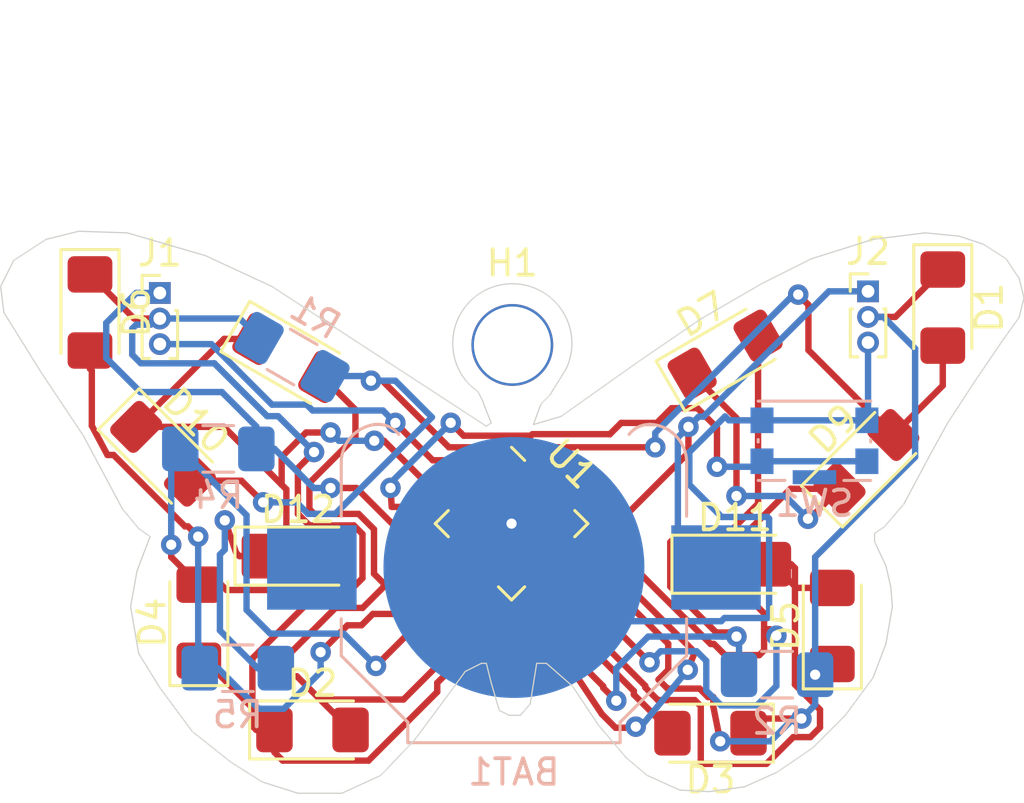
<source format=kicad_pcb>
(kicad_pcb (version 20171130) (host pcbnew "(5.1.5)-3")

  (general
    (thickness 1.6)
    (drawings 82)
    (tracks 377)
    (zones 0)
    (modules 22)
    (nets 13)
  )

  (page A4)
  (layers
    (0 F.Cu signal)
    (31 B.Cu signal)
    (32 B.Adhes user)
    (33 F.Adhes user)
    (34 B.Paste user)
    (35 F.Paste user)
    (36 B.SilkS user)
    (37 F.SilkS user)
    (38 B.Mask user)
    (39 F.Mask user)
    (40 Dwgs.User user)
    (41 Cmts.User user)
    (42 Eco1.User user)
    (43 Eco2.User user)
    (44 Edge.Cuts user)
    (45 Margin user)
    (46 B.CrtYd user)
    (47 F.CrtYd user)
    (48 B.Fab user)
    (49 F.Fab user)
  )

  (setup
    (last_trace_width 0.25)
    (user_trace_width 0.5)
    (user_trace_width 1)
    (trace_clearance 0.2)
    (zone_clearance 0.508)
    (zone_45_only no)
    (trace_min 0.2)
    (via_size 0.8)
    (via_drill 0.4)
    (via_min_size 0.4)
    (via_min_drill 0.3)
    (user_via 4 2)
    (uvia_size 0.3)
    (uvia_drill 0.1)
    (uvias_allowed no)
    (uvia_min_size 0.2)
    (uvia_min_drill 0.1)
    (edge_width 0.05)
    (segment_width 0.2)
    (pcb_text_width 0.3)
    (pcb_text_size 1.5 1.5)
    (mod_edge_width 0.12)
    (mod_text_size 1 1)
    (mod_text_width 0.15)
    (pad_size 6.5 6.5)
    (pad_drill 6.5)
    (pad_to_mask_clearance 0.051)
    (solder_mask_min_width 0.25)
    (aux_axis_origin 0 0)
    (visible_elements 7FFFFFFF)
    (pcbplotparams
      (layerselection 0x3d0df_ffffffff)
      (usegerberextensions false)
      (usegerberattributes false)
      (usegerberadvancedattributes false)
      (creategerberjobfile false)
      (excludeedgelayer true)
      (linewidth 0.100000)
      (plotframeref false)
      (viasonmask false)
      (mode 1)
      (useauxorigin false)
      (hpglpennumber 1)
      (hpglpenspeed 20)
      (hpglpendiameter 15.000000)
      (psnegative false)
      (psa4output false)
      (plotreference true)
      (plotvalue true)
      (plotinvisibletext false)
      (padsonsilk false)
      (subtractmaskfromsilk false)
      (outputformat 1)
      (mirror false)
      (drillshape 0)
      (scaleselection 1)
      (outputdirectory "./plots/"))
  )

  (net 0 "")
  (net 1 +3V3)
  (net 2 GND)
  (net 3 MISO)
  (net 4 MOSI)
  (net 5 PB2)
  (net 6 PB3)
  (net 7 "Net-(J1-Pad3)")
  (net 8 PB1)
  (net 9 PB0)
  (net 10 SCK)
  (net 11 /B3)
  (net 12 ON)

  (net_class Default "This is the default net class."
    (clearance 0.2)
    (trace_width 0.25)
    (via_dia 0.8)
    (via_drill 0.4)
    (uvia_dia 0.3)
    (uvia_drill 0.1)
    (add_net +3V3)
    (add_net /B3)
    (add_net GND)
    (add_net MISO)
    (add_net MOSI)
    (add_net "Net-(J1-Pad3)")
    (add_net ON)
    (add_net PB0)
    (add_net PB1)
    (add_net PB2)
    (add_net PB3)
    (add_net SCK)
  )

  (module Button_Switch_SMD:SW_Push_1P1T-SH_NO_CK_KMR2xxG (layer B.Cu) (tedit 5D8D2A01) (tstamp 5EBF12E4)
    (at 207.8355 36.449)
    (descr "CK components KMR2 tactile switch with ground pin http://www.ckswitches.com/media/1479/kmr2.pdf")
    (tags "tactile switch kmr2")
    (path /5EC6FBF5)
    (attr smd)
    (fp_text reference SW1 (at 0 2.45) (layer B.SilkS)
      (effects (font (size 1 1) (thickness 0.15)) (justify mirror))
    )
    (fp_text value SW_Push (at 0 -2.55) (layer B.Fab)
      (effects (font (size 1 1) (thickness 0.15)) (justify mirror))
    )
    (fp_line (start -1.15 1.55) (end -2.2 1.55) (layer B.SilkS) (width 0.12))
    (fp_text user %R (at 0 2.45) (layer B.Fab)
      (effects (font (size 1 1) (thickness 0.15)) (justify mirror))
    )
    (fp_line (start -2.1 1.4) (end 2.1 1.4) (layer B.Fab) (width 0.1))
    (fp_line (start 2.1 1.4) (end 2.1 -1.4) (layer B.Fab) (width 0.1))
    (fp_line (start 2.1 -1.4) (end -2.1 -1.4) (layer B.Fab) (width 0.1))
    (fp_line (start -2.1 -1.4) (end -2.1 1.4) (layer B.Fab) (width 0.1))
    (fp_line (start 2.2 -0.05) (end 2.2 0.05) (layer B.SilkS) (width 0.12))
    (fp_line (start -2.8 1.8) (end 2.8 1.8) (layer B.CrtYd) (width 0.05))
    (fp_line (start 2.8 1.8) (end 2.8 -1.8) (layer B.CrtYd) (width 0.05))
    (fp_line (start 2.8 -1.8) (end -2.8 -1.8) (layer B.CrtYd) (width 0.05))
    (fp_line (start -2.8 -1.8) (end -2.8 1.8) (layer B.CrtYd) (width 0.05))
    (fp_circle (center 0 0) (end 0 -0.8) (layer B.Fab) (width 0.1))
    (fp_line (start -2.2 -1.55) (end 2.2 -1.55) (layer B.SilkS) (width 0.12))
    (fp_line (start 2.2 1.55) (end 1.15 1.55) (layer B.SilkS) (width 0.12))
    (fp_line (start -2.2 -0.05) (end -2.2 0.05) (layer B.SilkS) (width 0.12))
    (pad SH smd rect (at 0 1.425) (size 1.7 0.55) (layers B.Cu B.Paste B.Mask))
    (pad 1 smd rect (at -2.05 0.8) (size 0.9 1) (layers B.Cu B.Paste B.Mask)
      (net 12 ON))
    (pad 2 smd rect (at -2.05 -0.8) (size 0.9 1) (layers B.Cu B.Paste B.Mask)
      (net 2 GND))
    (pad 1 smd rect (at 2.05 0.8) (size 0.9 1) (layers B.Cu B.Paste B.Mask)
      (net 12 ON))
    (pad 2 smd rect (at 2.05 -0.8) (size 0.9 1) (layers B.Cu B.Paste B.Mask)
      (net 2 GND))
    (model ${KISYS3DMOD}/Button_Switch_SMD.3dshapes/SW_Push_1P1T-SH_NO_CK_KMR2xxG.wrl
      (at (xyz 0 0 0))
      (scale (xyz 1 1 1))
      (rotate (xyz 0 0 0))
    )
  )

  (module Connector_PinHeader_1.00mm:PinHeader_1x03_P1.00mm_Vertical (layer F.Cu) (tedit 59FED738) (tstamp 5EBEF27E)
    (at 209.931 30.607)
    (descr "Through hole straight pin header, 1x03, 1.00mm pitch, single row")
    (tags "Through hole pin header THT 1x03 1.00mm single row")
    (path /5EC52521)
    (fp_text reference J2 (at 0 -1.56) (layer F.SilkS)
      (effects (font (size 1 1) (thickness 0.15)))
    )
    (fp_text value ICSPR (at 0 3.56) (layer F.Fab)
      (effects (font (size 1 1) (thickness 0.15)))
    )
    (fp_text user %R (at 0 1 90) (layer F.Fab)
      (effects (font (size 0.76 0.76) (thickness 0.114)))
    )
    (fp_line (start 1.15 -1) (end -1.15 -1) (layer F.CrtYd) (width 0.05))
    (fp_line (start 1.15 3) (end 1.15 -1) (layer F.CrtYd) (width 0.05))
    (fp_line (start -1.15 3) (end 1.15 3) (layer F.CrtYd) (width 0.05))
    (fp_line (start -1.15 -1) (end -1.15 3) (layer F.CrtYd) (width 0.05))
    (fp_line (start -0.695 -0.685) (end 0 -0.685) (layer F.SilkS) (width 0.12))
    (fp_line (start -0.695 0) (end -0.695 -0.685) (layer F.SilkS) (width 0.12))
    (fp_line (start 0.608276 0.685) (end 0.695 0.685) (layer F.SilkS) (width 0.12))
    (fp_line (start -0.695 0.685) (end -0.608276 0.685) (layer F.SilkS) (width 0.12))
    (fp_line (start 0.695 0.685) (end 0.695 2.56) (layer F.SilkS) (width 0.12))
    (fp_line (start -0.695 0.685) (end -0.695 2.56) (layer F.SilkS) (width 0.12))
    (fp_line (start 0.394493 2.56) (end 0.695 2.56) (layer F.SilkS) (width 0.12))
    (fp_line (start -0.695 2.56) (end -0.394493 2.56) (layer F.SilkS) (width 0.12))
    (fp_line (start -0.635 -0.1825) (end -0.3175 -0.5) (layer F.Fab) (width 0.1))
    (fp_line (start -0.635 2.5) (end -0.635 -0.1825) (layer F.Fab) (width 0.1))
    (fp_line (start 0.635 2.5) (end -0.635 2.5) (layer F.Fab) (width 0.1))
    (fp_line (start 0.635 -0.5) (end 0.635 2.5) (layer F.Fab) (width 0.1))
    (fp_line (start -0.3175 -0.5) (end 0.635 -0.5) (layer F.Fab) (width 0.1))
    (pad 3 thru_hole oval (at 0 2) (size 0.85 0.85) (drill 0.5) (layers *.Cu *.Mask)
      (net 2 GND))
    (pad 2 thru_hole oval (at 0 1) (size 0.85 0.85) (drill 0.5) (layers *.Cu *.Mask)
      (net 4 MOSI))
    (pad 1 thru_hole rect (at 0 0) (size 0.85 0.85) (drill 0.5) (layers *.Cu *.Mask)
      (net 1 +3V3))
    (model ${KISYS3DMOD}/Connector_PinHeader_1.00mm.3dshapes/PinHeader_1x03_P1.00mm_Vertical.wrl
      (at (xyz 0 0 0))
      (scale (xyz 1 1 1))
      (rotate (xyz 0 0 0))
    )
  )

  (module Connector_PinHeader_1.00mm:PinHeader_1x03_P1.00mm_Vertical (layer F.Cu) (tedit 59FED738) (tstamp 5EBEF265)
    (at 182.245 30.6705)
    (descr "Through hole straight pin header, 1x03, 1.00mm pitch, single row")
    (tags "Through hole pin header THT 1x03 1.00mm single row")
    (path /5EC50433)
    (fp_text reference J1 (at 0 -1.56) (layer F.SilkS)
      (effects (font (size 1 1) (thickness 0.15)))
    )
    (fp_text value ICSPL (at 0 3.56) (layer F.Fab)
      (effects (font (size 1 1) (thickness 0.15)))
    )
    (fp_text user %R (at 0 1 90) (layer F.Fab)
      (effects (font (size 0.76 0.76) (thickness 0.114)))
    )
    (fp_line (start 1.15 -1) (end -1.15 -1) (layer F.CrtYd) (width 0.05))
    (fp_line (start 1.15 3) (end 1.15 -1) (layer F.CrtYd) (width 0.05))
    (fp_line (start -1.15 3) (end 1.15 3) (layer F.CrtYd) (width 0.05))
    (fp_line (start -1.15 -1) (end -1.15 3) (layer F.CrtYd) (width 0.05))
    (fp_line (start -0.695 -0.685) (end 0 -0.685) (layer F.SilkS) (width 0.12))
    (fp_line (start -0.695 0) (end -0.695 -0.685) (layer F.SilkS) (width 0.12))
    (fp_line (start 0.608276 0.685) (end 0.695 0.685) (layer F.SilkS) (width 0.12))
    (fp_line (start -0.695 0.685) (end -0.608276 0.685) (layer F.SilkS) (width 0.12))
    (fp_line (start 0.695 0.685) (end 0.695 2.56) (layer F.SilkS) (width 0.12))
    (fp_line (start -0.695 0.685) (end -0.695 2.56) (layer F.SilkS) (width 0.12))
    (fp_line (start 0.394493 2.56) (end 0.695 2.56) (layer F.SilkS) (width 0.12))
    (fp_line (start -0.695 2.56) (end -0.394493 2.56) (layer F.SilkS) (width 0.12))
    (fp_line (start -0.635 -0.1825) (end -0.3175 -0.5) (layer F.Fab) (width 0.1))
    (fp_line (start -0.635 2.5) (end -0.635 -0.1825) (layer F.Fab) (width 0.1))
    (fp_line (start 0.635 2.5) (end -0.635 2.5) (layer F.Fab) (width 0.1))
    (fp_line (start 0.635 -0.5) (end 0.635 2.5) (layer F.Fab) (width 0.1))
    (fp_line (start -0.3175 -0.5) (end 0.635 -0.5) (layer F.Fab) (width 0.1))
    (pad 3 thru_hole oval (at 0 2) (size 0.85 0.85) (drill 0.5) (layers *.Cu *.Mask)
      (net 7 "Net-(J1-Pad3)"))
    (pad 2 thru_hole oval (at 0 1) (size 0.85 0.85) (drill 0.5) (layers *.Cu *.Mask)
      (net 3 MISO))
    (pad 1 thru_hole rect (at 0 0) (size 0.85 0.85) (drill 0.5) (layers *.Cu *.Mask)
      (net 10 SCK))
    (model ${KISYS3DMOD}/Connector_PinHeader_1.00mm.3dshapes/PinHeader_1x03_P1.00mm_Vertical.wrl
      (at (xyz 0 0 0))
      (scale (xyz 1 1 1))
      (rotate (xyz 0 0 0))
    )
  )

  (module Resistor_SMD:R_1206_3216Metric_Pad1.42x1.75mm_HandSolder (layer B.Cu) (tedit 5B301BBD) (tstamp 5EBEEBEC)
    (at 185.293 45.339)
    (descr "Resistor SMD 1206 (3216 Metric), square (rectangular) end terminal, IPC_7351 nominal with elongated pad for handsoldering. (Body size source: http://www.tortai-tech.com/upload/download/2011102023233369053.pdf), generated with kicad-footprint-generator")
    (tags "resistor handsolder")
    (path /5EBFA208)
    (attr smd)
    (fp_text reference R5 (at 0 1.82) (layer B.SilkS)
      (effects (font (size 1 1) (thickness 0.15)) (justify mirror))
    )
    (fp_text value 220 (at 0 -1.82) (layer B.Fab)
      (effects (font (size 1 1) (thickness 0.15)) (justify mirror))
    )
    (fp_text user %R (at 0 0) (layer B.Fab)
      (effects (font (size 0.8 0.8) (thickness 0.12)) (justify mirror))
    )
    (fp_line (start 2.45 -1.12) (end -2.45 -1.12) (layer B.CrtYd) (width 0.05))
    (fp_line (start 2.45 1.12) (end 2.45 -1.12) (layer B.CrtYd) (width 0.05))
    (fp_line (start -2.45 1.12) (end 2.45 1.12) (layer B.CrtYd) (width 0.05))
    (fp_line (start -2.45 -1.12) (end -2.45 1.12) (layer B.CrtYd) (width 0.05))
    (fp_line (start -0.602064 -0.91) (end 0.602064 -0.91) (layer B.SilkS) (width 0.12))
    (fp_line (start -0.602064 0.91) (end 0.602064 0.91) (layer B.SilkS) (width 0.12))
    (fp_line (start 1.6 -0.8) (end -1.6 -0.8) (layer B.Fab) (width 0.1))
    (fp_line (start 1.6 0.8) (end 1.6 -0.8) (layer B.Fab) (width 0.1))
    (fp_line (start -1.6 0.8) (end 1.6 0.8) (layer B.Fab) (width 0.1))
    (fp_line (start -1.6 -0.8) (end -1.6 0.8) (layer B.Fab) (width 0.1))
    (pad 2 smd roundrect (at 1.4875 0) (size 1.425 1.75) (layers B.Cu B.Paste B.Mask) (roundrect_rratio 0.175439)
      (net 11 /B3))
    (pad 1 smd roundrect (at -1.4875 0) (size 1.425 1.75) (layers B.Cu B.Paste B.Mask) (roundrect_rratio 0.175439)
      (net 6 PB3))
    (model ${KISYS3DMOD}/Resistor_SMD.3dshapes/R_1206_3216Metric.wrl
      (at (xyz 0 0 0))
      (scale (xyz 1 1 1))
      (rotate (xyz 0 0 0))
    )
  )

  (module Resistor_SMD:R_1206_3216Metric_Pad1.42x1.75mm_HandSolder (layer B.Cu) (tedit 5B301BBD) (tstamp 5EBEEBDB)
    (at 184.531 36.7665)
    (descr "Resistor SMD 1206 (3216 Metric), square (rectangular) end terminal, IPC_7351 nominal with elongated pad for handsoldering. (Body size source: http://www.tortai-tech.com/upload/download/2011102023233369053.pdf), generated with kicad-footprint-generator")
    (tags "resistor handsolder")
    (path /5EBF9613)
    (attr smd)
    (fp_text reference R4 (at 0 1.82) (layer B.SilkS)
      (effects (font (size 1 1) (thickness 0.15)) (justify mirror))
    )
    (fp_text value 220 (at 0 -1.82) (layer B.Fab)
      (effects (font (size 1 1) (thickness 0.15)) (justify mirror))
    )
    (fp_text user %R (at 0 0) (layer B.Fab)
      (effects (font (size 0.8 0.8) (thickness 0.12)) (justify mirror))
    )
    (fp_line (start 2.45 -1.12) (end -2.45 -1.12) (layer B.CrtYd) (width 0.05))
    (fp_line (start 2.45 1.12) (end 2.45 -1.12) (layer B.CrtYd) (width 0.05))
    (fp_line (start -2.45 1.12) (end 2.45 1.12) (layer B.CrtYd) (width 0.05))
    (fp_line (start -2.45 -1.12) (end -2.45 1.12) (layer B.CrtYd) (width 0.05))
    (fp_line (start -0.602064 -0.91) (end 0.602064 -0.91) (layer B.SilkS) (width 0.12))
    (fp_line (start -0.602064 0.91) (end 0.602064 0.91) (layer B.SilkS) (width 0.12))
    (fp_line (start 1.6 -0.8) (end -1.6 -0.8) (layer B.Fab) (width 0.1))
    (fp_line (start 1.6 0.8) (end 1.6 -0.8) (layer B.Fab) (width 0.1))
    (fp_line (start -1.6 0.8) (end 1.6 0.8) (layer B.Fab) (width 0.1))
    (fp_line (start -1.6 -0.8) (end -1.6 0.8) (layer B.Fab) (width 0.1))
    (pad 2 smd roundrect (at 1.4875 0) (size 1.425 1.75) (layers B.Cu B.Paste B.Mask) (roundrect_rratio 0.175439)
      (net 10 SCK))
    (pad 1 smd roundrect (at -1.4875 0) (size 1.425 1.75) (layers B.Cu B.Paste B.Mask) (roundrect_rratio 0.175439)
      (net 5 PB2))
    (model ${KISYS3DMOD}/Resistor_SMD.3dshapes/R_1206_3216Metric.wrl
      (at (xyz 0 0 0))
      (scale (xyz 1 1 1))
      (rotate (xyz 0 0 0))
    )
  )

  (module Resistor_SMD:R_1206_3216Metric_Pad1.42x1.75mm_HandSolder (layer B.Cu) (tedit 5B301BBD) (tstamp 5EBEEBCA)
    (at 206.375 45.593)
    (descr "Resistor SMD 1206 (3216 Metric), square (rectangular) end terminal, IPC_7351 nominal with elongated pad for handsoldering. (Body size source: http://www.tortai-tech.com/upload/download/2011102023233369053.pdf), generated with kicad-footprint-generator")
    (tags "resistor handsolder")
    (path /5EBF88AF)
    (attr smd)
    (fp_text reference R2 (at 0 1.82) (layer B.SilkS)
      (effects (font (size 1 1) (thickness 0.15)) (justify mirror))
    )
    (fp_text value 220 (at 0 -1.82) (layer B.Fab)
      (effects (font (size 1 1) (thickness 0.15)) (justify mirror))
    )
    (fp_text user %R (at 0 0) (layer B.Fab)
      (effects (font (size 0.8 0.8) (thickness 0.12)) (justify mirror))
    )
    (fp_line (start 2.45 -1.12) (end -2.45 -1.12) (layer B.CrtYd) (width 0.05))
    (fp_line (start 2.45 1.12) (end 2.45 -1.12) (layer B.CrtYd) (width 0.05))
    (fp_line (start -2.45 1.12) (end 2.45 1.12) (layer B.CrtYd) (width 0.05))
    (fp_line (start -2.45 -1.12) (end -2.45 1.12) (layer B.CrtYd) (width 0.05))
    (fp_line (start -0.602064 -0.91) (end 0.602064 -0.91) (layer B.SilkS) (width 0.12))
    (fp_line (start -0.602064 0.91) (end 0.602064 0.91) (layer B.SilkS) (width 0.12))
    (fp_line (start 1.6 -0.8) (end -1.6 -0.8) (layer B.Fab) (width 0.1))
    (fp_line (start 1.6 0.8) (end 1.6 -0.8) (layer B.Fab) (width 0.1))
    (fp_line (start -1.6 0.8) (end 1.6 0.8) (layer B.Fab) (width 0.1))
    (fp_line (start -1.6 -0.8) (end -1.6 0.8) (layer B.Fab) (width 0.1))
    (pad 2 smd roundrect (at 1.4875 0) (size 1.425 1.75) (layers B.Cu B.Paste B.Mask) (roundrect_rratio 0.175439)
      (net 4 MOSI))
    (pad 1 smd roundrect (at -1.4875 0) (size 1.425 1.75) (layers B.Cu B.Paste B.Mask) (roundrect_rratio 0.175439)
      (net 9 PB0))
    (model ${KISYS3DMOD}/Resistor_SMD.3dshapes/R_1206_3216Metric.wrl
      (at (xyz 0 0 0))
      (scale (xyz 1 1 1))
      (rotate (xyz 0 0 0))
    )
  )

  (module LED_SMD:LED_1206_3216Metric_Pad1.42x1.75mm_HandSolder (layer F.Cu) (tedit 5B4B45C9) (tstamp 5EBEEB8B)
    (at 187.6425 40.9575)
    (descr "LED SMD 1206 (3216 Metric), square (rectangular) end terminal, IPC_7351 nominal, (Body size source: http://www.tortai-tech.com/upload/download/2011102023233369053.pdf), generated with kicad-footprint-generator")
    (tags "LED handsolder")
    (path /5EBF1C4D)
    (attr smd)
    (fp_text reference D12 (at 0 -1.82) (layer F.SilkS)
      (effects (font (size 1 1) (thickness 0.15)))
    )
    (fp_text value LED (at 0 1.82) (layer F.Fab)
      (effects (font (size 1 1) (thickness 0.15)))
    )
    (fp_text user %R (at -0.042 -0.381) (layer F.Fab)
      (effects (font (size 0.8 0.8) (thickness 0.12)))
    )
    (fp_line (start 2.45 1.12) (end -2.45 1.12) (layer F.CrtYd) (width 0.05))
    (fp_line (start 2.45 -1.12) (end 2.45 1.12) (layer F.CrtYd) (width 0.05))
    (fp_line (start -2.45 -1.12) (end 2.45 -1.12) (layer F.CrtYd) (width 0.05))
    (fp_line (start -2.45 1.12) (end -2.45 -1.12) (layer F.CrtYd) (width 0.05))
    (fp_line (start -2.46 1.135) (end 1.6 1.135) (layer F.SilkS) (width 0.12))
    (fp_line (start -2.46 -1.135) (end -2.46 1.135) (layer F.SilkS) (width 0.12))
    (fp_line (start 1.6 -1.135) (end -2.46 -1.135) (layer F.SilkS) (width 0.12))
    (fp_line (start 1.6 0.8) (end 1.6 -0.8) (layer F.Fab) (width 0.1))
    (fp_line (start -1.6 0.8) (end 1.6 0.8) (layer F.Fab) (width 0.1))
    (fp_line (start -1.6 -0.4) (end -1.6 0.8) (layer F.Fab) (width 0.1))
    (fp_line (start -1.2 -0.8) (end -1.6 -0.4) (layer F.Fab) (width 0.1))
    (fp_line (start 1.6 -0.8) (end -1.2 -0.8) (layer F.Fab) (width 0.1))
    (pad 2 smd roundrect (at 1.4875 0) (size 1.425 1.75) (layers F.Cu F.Paste F.Mask) (roundrect_rratio 0.175439)
      (net 5 PB2))
    (pad 1 smd roundrect (at -1.4875 0) (size 1.425 1.75) (layers F.Cu F.Paste F.Mask) (roundrect_rratio 0.175439)
      (net 11 /B3))
    (model ${KISYS3DMOD}/LED_SMD.3dshapes/LED_1206_3216Metric.wrl
      (at (xyz 0 0 0))
      (scale (xyz 1 1 1))
      (rotate (xyz 0 0 0))
    )
  )

  (module LED_SMD:LED_1206_3216Metric_Pad1.42x1.75mm_HandSolder (layer F.Cu) (tedit 5B4B45C9) (tstamp 5EBEEB78)
    (at 204.724 41.275)
    (descr "LED SMD 1206 (3216 Metric), square (rectangular) end terminal, IPC_7351 nominal, (Body size source: http://www.tortai-tech.com/upload/download/2011102023233369053.pdf), generated with kicad-footprint-generator")
    (tags "LED handsolder")
    (path /5EBF1C3D)
    (attr smd)
    (fp_text reference D11 (at 0 -1.82) (layer F.SilkS)
      (effects (font (size 1 1) (thickness 0.15)))
    )
    (fp_text value LED (at 0 1.82) (layer F.Fab)
      (effects (font (size 1 1) (thickness 0.15)))
    )
    (fp_text user %R (at 0 0) (layer F.Fab)
      (effects (font (size 0.8 0.8) (thickness 0.12)))
    )
    (fp_line (start 2.45 1.12) (end -2.45 1.12) (layer F.CrtYd) (width 0.05))
    (fp_line (start 2.45 -1.12) (end 2.45 1.12) (layer F.CrtYd) (width 0.05))
    (fp_line (start -2.45 -1.12) (end 2.45 -1.12) (layer F.CrtYd) (width 0.05))
    (fp_line (start -2.45 1.12) (end -2.45 -1.12) (layer F.CrtYd) (width 0.05))
    (fp_line (start -2.46 1.135) (end 1.6 1.135) (layer F.SilkS) (width 0.12))
    (fp_line (start -2.46 -1.135) (end -2.46 1.135) (layer F.SilkS) (width 0.12))
    (fp_line (start 1.6 -1.135) (end -2.46 -1.135) (layer F.SilkS) (width 0.12))
    (fp_line (start 1.6 0.8) (end 1.6 -0.8) (layer F.Fab) (width 0.1))
    (fp_line (start -1.6 0.8) (end 1.6 0.8) (layer F.Fab) (width 0.1))
    (fp_line (start -1.6 -0.4) (end -1.6 0.8) (layer F.Fab) (width 0.1))
    (fp_line (start -1.2 -0.8) (end -1.6 -0.4) (layer F.Fab) (width 0.1))
    (fp_line (start 1.6 -0.8) (end -1.2 -0.8) (layer F.Fab) (width 0.1))
    (pad 2 smd roundrect (at 1.4875 0) (size 1.425 1.75) (layers F.Cu F.Paste F.Mask) (roundrect_rratio 0.175439)
      (net 6 PB3))
    (pad 1 smd roundrect (at -1.4875 0) (size 1.425 1.75) (layers F.Cu F.Paste F.Mask) (roundrect_rratio 0.175439)
      (net 10 SCK))
    (model ${KISYS3DMOD}/LED_SMD.3dshapes/LED_1206_3216Metric.wrl
      (at (xyz 0 0 0))
      (scale (xyz 1 1 1))
      (rotate (xyz 0 0 0))
    )
  )

  (module LED_SMD:LED_1206_3216Metric_Pad1.42x1.75mm_HandSolder (layer F.Cu) (tedit 5B4B45C9) (tstamp 5EBEEB65)
    (at 182.372 36.957 315)
    (descr "LED SMD 1206 (3216 Metric), square (rectangular) end terminal, IPC_7351 nominal, (Body size source: http://www.tortai-tech.com/upload/download/2011102023233369053.pdf), generated with kicad-footprint-generator")
    (tags "LED handsolder")
    (path /5EBF1C47)
    (attr smd)
    (fp_text reference D10 (at 0 -1.82 135) (layer F.SilkS)
      (effects (font (size 1 1) (thickness 0.15)))
    )
    (fp_text value LED (at 0 1.82 135) (layer F.Fab)
      (effects (font (size 1 1) (thickness 0.15)))
    )
    (fp_text user %R (at 0 0 135) (layer F.Fab)
      (effects (font (size 0.8 0.8) (thickness 0.12)))
    )
    (fp_line (start 2.45 1.12) (end -2.45 1.12) (layer F.CrtYd) (width 0.05))
    (fp_line (start 2.45 -1.12) (end 2.45 1.12) (layer F.CrtYd) (width 0.05))
    (fp_line (start -2.45 -1.12) (end 2.45 -1.12) (layer F.CrtYd) (width 0.05))
    (fp_line (start -2.45 1.12) (end -2.45 -1.12) (layer F.CrtYd) (width 0.05))
    (fp_line (start -2.46 1.135) (end 1.6 1.135) (layer F.SilkS) (width 0.12))
    (fp_line (start -2.46 -1.135) (end -2.46 1.135) (layer F.SilkS) (width 0.12))
    (fp_line (start 1.6 -1.135) (end -2.46 -1.135) (layer F.SilkS) (width 0.12))
    (fp_line (start 1.6 0.8) (end 1.6 -0.8) (layer F.Fab) (width 0.1))
    (fp_line (start -1.6 0.8) (end 1.6 0.8) (layer F.Fab) (width 0.1))
    (fp_line (start -1.6 -0.4) (end -1.6 0.8) (layer F.Fab) (width 0.1))
    (fp_line (start -1.2 -0.8) (end -1.6 -0.4) (layer F.Fab) (width 0.1))
    (fp_line (start 1.6 -0.8) (end -1.2 -0.8) (layer F.Fab) (width 0.1))
    (pad 2 smd roundrect (at 1.4875 0 315) (size 1.425 1.75) (layers F.Cu F.Paste F.Mask) (roundrect_rratio 0.175439)
      (net 8 PB1))
    (pad 1 smd roundrect (at -1.4875 0 315) (size 1.425 1.75) (layers F.Cu F.Paste F.Mask) (roundrect_rratio 0.175439)
      (net 11 /B3))
    (model ${KISYS3DMOD}/LED_SMD.3dshapes/LED_1206_3216Metric.wrl
      (at (xyz 0 0 0))
      (scale (xyz 1 1 1))
      (rotate (xyz 0 0 0))
    )
  )

  (module LED_SMD:LED_1206_3216Metric_Pad1.42x1.75mm_HandSolder (layer F.Cu) (tedit 5B4B45C9) (tstamp 5EBEEB52)
    (at 209.8675 37.2745 45)
    (descr "LED SMD 1206 (3216 Metric), square (rectangular) end terminal, IPC_7351 nominal, (Body size source: http://www.tortai-tech.com/upload/download/2011102023233369053.pdf), generated with kicad-footprint-generator")
    (tags "LED handsolder")
    (path /5EBF1C37)
    (attr smd)
    (fp_text reference D9 (at 0 -1.82 45) (layer F.SilkS)
      (effects (font (size 1 1) (thickness 0.15)))
    )
    (fp_text value LED (at 0 1.82 45) (layer F.Fab)
      (effects (font (size 1 1) (thickness 0.15)))
    )
    (fp_text user %R (at 0 0 45) (layer F.Fab)
      (effects (font (size 0.8 0.8) (thickness 0.12)))
    )
    (fp_line (start 2.45 1.12) (end -2.45 1.12) (layer F.CrtYd) (width 0.05))
    (fp_line (start 2.45 -1.12) (end 2.45 1.12) (layer F.CrtYd) (width 0.05))
    (fp_line (start -2.45 -1.12) (end 2.45 -1.12) (layer F.CrtYd) (width 0.05))
    (fp_line (start -2.45 1.12) (end -2.45 -1.12) (layer F.CrtYd) (width 0.05))
    (fp_line (start -2.46 1.135) (end 1.6 1.135) (layer F.SilkS) (width 0.12))
    (fp_line (start -2.46 -1.135) (end -2.46 1.135) (layer F.SilkS) (width 0.12))
    (fp_line (start 1.6 -1.135) (end -2.46 -1.135) (layer F.SilkS) (width 0.12))
    (fp_line (start 1.6 0.8) (end 1.6 -0.8) (layer F.Fab) (width 0.1))
    (fp_line (start -1.6 0.8) (end 1.6 0.8) (layer F.Fab) (width 0.1))
    (fp_line (start -1.6 -0.4) (end -1.6 0.8) (layer F.Fab) (width 0.1))
    (fp_line (start -1.2 -0.8) (end -1.6 -0.4) (layer F.Fab) (width 0.1))
    (fp_line (start 1.6 -0.8) (end -1.2 -0.8) (layer F.Fab) (width 0.1))
    (pad 2 smd roundrect (at 1.4875 0 45) (size 1.425 1.75) (layers F.Cu F.Paste F.Mask) (roundrect_rratio 0.175439)
      (net 8 PB1))
    (pad 1 smd roundrect (at -1.4875 0 45) (size 1.425 1.75) (layers F.Cu F.Paste F.Mask) (roundrect_rratio 0.175439)
      (net 10 SCK))
    (model ${KISYS3DMOD}/LED_SMD.3dshapes/LED_1206_3216Metric.wrl
      (at (xyz 0 0 0))
      (scale (xyz 1 1 1))
      (rotate (xyz 0 0 0))
    )
  )

  (module LED_SMD:LED_1206_3216Metric_Pad1.42x1.75mm_HandSolder (layer F.Cu) (tedit 5B4B45C9) (tstamp 5EBEEB3F)
    (at 187.325 33.2105 330)
    (descr "LED SMD 1206 (3216 Metric), square (rectangular) end terminal, IPC_7351 nominal, (Body size source: http://www.tortai-tech.com/upload/download/2011102023233369053.pdf), generated with kicad-footprint-generator")
    (tags "LED handsolder")
    (path /5EBF1C31)
    (attr smd)
    (fp_text reference D8 (at 0 -1.82 150) (layer F.SilkS) hide
      (effects (font (size 1 1) (thickness 0.15)))
    )
    (fp_text value LED (at 0 1.82 150) (layer F.Fab) hide
      (effects (font (size 1 1) (thickness 0.15)))
    )
    (fp_text user %R (at 0 0 150) (layer F.Fab)
      (effects (font (size 0.8 0.8) (thickness 0.12)))
    )
    (fp_line (start 2.45 1.12) (end -2.45 1.12) (layer F.CrtYd) (width 0.05))
    (fp_line (start 2.45 -1.12) (end 2.45 1.12) (layer F.CrtYd) (width 0.05))
    (fp_line (start -2.45 -1.12) (end 2.45 -1.12) (layer F.CrtYd) (width 0.05))
    (fp_line (start -2.45 1.12) (end -2.45 -1.12) (layer F.CrtYd) (width 0.05))
    (fp_line (start -2.46 1.135) (end 1.6 1.135) (layer F.SilkS) (width 0.12))
    (fp_line (start -2.46 -1.135) (end -2.46 1.135) (layer F.SilkS) (width 0.12))
    (fp_line (start 1.6 -1.135) (end -2.46 -1.135) (layer F.SilkS) (width 0.12))
    (fp_line (start 1.6 0.8) (end 1.6 -0.8) (layer F.Fab) (width 0.1))
    (fp_line (start -1.6 0.8) (end 1.6 0.8) (layer F.Fab) (width 0.1))
    (fp_line (start -1.6 -0.4) (end -1.6 0.8) (layer F.Fab) (width 0.1))
    (fp_line (start -1.2 -0.8) (end -1.6 -0.4) (layer F.Fab) (width 0.1))
    (fp_line (start 1.6 -0.8) (end -1.2 -0.8) (layer F.Fab) (width 0.1))
    (pad 2 smd roundrect (at 1.4875 0 330) (size 1.425 1.75) (layers F.Cu F.Paste F.Mask) (roundrect_rratio 0.175439)
      (net 9 PB0))
    (pad 1 smd roundrect (at -1.4875 0 330) (size 1.425 1.75) (layers F.Cu F.Paste F.Mask) (roundrect_rratio 0.175439)
      (net 11 /B3))
    (model ${KISYS3DMOD}/LED_SMD.3dshapes/LED_1206_3216Metric.wrl
      (at (xyz 0 0 0))
      (scale (xyz 1 1 1))
      (rotate (xyz 0 0 0))
    )
  )

  (module LED_SMD:LED_1206_3216Metric_Pad1.42x1.75mm_HandSolder (layer F.Cu) (tedit 5B4B45C9) (tstamp 5EBEEB2C)
    (at 204.343 33.0835 30)
    (descr "LED SMD 1206 (3216 Metric), square (rectangular) end terminal, IPC_7351 nominal, (Body size source: http://www.tortai-tech.com/upload/download/2011102023233369053.pdf), generated with kicad-footprint-generator")
    (tags "LED handsolder")
    (path /5EBF1C2B)
    (attr smd)
    (fp_text reference D7 (at 0 -1.82 30) (layer F.SilkS)
      (effects (font (size 1 1) (thickness 0.15)))
    )
    (fp_text value LED (at 0 1.82 30) (layer F.Fab)
      (effects (font (size 1 1) (thickness 0.15)))
    )
    (fp_text user %R (at 0 0 30) (layer F.Fab)
      (effects (font (size 0.8 0.8) (thickness 0.12)))
    )
    (fp_line (start 2.45 1.12) (end -2.45 1.12) (layer F.CrtYd) (width 0.05))
    (fp_line (start 2.45 -1.12) (end 2.45 1.12) (layer F.CrtYd) (width 0.05))
    (fp_line (start -2.45 -1.12) (end 2.45 -1.12) (layer F.CrtYd) (width 0.05))
    (fp_line (start -2.45 1.12) (end -2.45 -1.12) (layer F.CrtYd) (width 0.05))
    (fp_line (start -2.46 1.135) (end 1.6 1.135) (layer F.SilkS) (width 0.12))
    (fp_line (start -2.46 -1.135) (end -2.46 1.135) (layer F.SilkS) (width 0.12))
    (fp_line (start 1.6 -1.135) (end -2.46 -1.135) (layer F.SilkS) (width 0.12))
    (fp_line (start 1.6 0.8) (end 1.6 -0.8) (layer F.Fab) (width 0.1))
    (fp_line (start -1.6 0.8) (end 1.6 0.8) (layer F.Fab) (width 0.1))
    (fp_line (start -1.6 -0.4) (end -1.6 0.8) (layer F.Fab) (width 0.1))
    (fp_line (start -1.2 -0.8) (end -1.6 -0.4) (layer F.Fab) (width 0.1))
    (fp_line (start 1.6 -0.8) (end -1.2 -0.8) (layer F.Fab) (width 0.1))
    (pad 2 smd roundrect (at 1.4875 0 30) (size 1.425 1.75) (layers F.Cu F.Paste F.Mask) (roundrect_rratio 0.175439)
      (net 9 PB0))
    (pad 1 smd roundrect (at -1.4875 0 30) (size 1.425 1.75) (layers F.Cu F.Paste F.Mask) (roundrect_rratio 0.175439)
      (net 10 SCK))
    (model ${KISYS3DMOD}/LED_SMD.3dshapes/LED_1206_3216Metric.wrl
      (at (xyz 0 0 0))
      (scale (xyz 1 1 1))
      (rotate (xyz 0 0 0))
    )
  )

  (module Battery:BatteryHolder_Keystone_3000_1x12mm (layer B.Cu) (tedit 5D9CBDF8) (tstamp 5E3DC8BF)
    (at 196.088 41.402)
    (descr http://www.keyelco.com/product-pdf.cfm?p=777)
    (tags "Keystone type 3000 coin cell retainer")
    (path /5E3D3B36)
    (attr smd)
    (fp_text reference BAT1 (at 0 8) (layer B.SilkS)
      (effects (font (size 1 1) (thickness 0.15)) (justify mirror))
    )
    (fp_text value CR1220 (at 0 -7.5) (layer B.Fab)
      (effects (font (size 1 1) (thickness 0.15)) (justify mirror))
    )
    (fp_line (start -5.29 -6.76) (end 5.29 -6.76) (layer B.CrtYd) (width 0.05))
    (fp_line (start -4 6.7) (end 4 6.7) (layer B.Fab) (width 0.1))
    (fp_line (start -4 6.7) (end -4 6) (layer B.Fab) (width 0.1))
    (fp_line (start 4 6.7) (end 4 6) (layer B.Fab) (width 0.1))
    (fp_line (start -4 6) (end -6.6 3.4) (layer B.Fab) (width 0.1))
    (fp_line (start 4 6) (end 6.6 3.4) (layer B.Fab) (width 0.1))
    (fp_line (start -6.6 3.4) (end -6.6 -4.1) (layer B.Fab) (width 0.1))
    (fp_line (start 6.6 3.4) (end 6.6 -4.1) (layer B.Fab) (width 0.1))
    (fp_arc (start -5.25 -4.1) (end -5.3 -5.45) (angle -90) (layer B.Fab) (width 0.1))
    (fp_line (start 10.15 -2.15) (end 7.25 -2.15) (layer B.CrtYd) (width 0.05))
    (fp_line (start 10.15 2.15) (end 10.15 -2.15) (layer B.CrtYd) (width 0.05))
    (fp_line (start 7.25 2.15) (end 10.15 2.15) (layer B.CrtYd) (width 0.05))
    (fp_line (start -10.15 -2.15) (end -7.25 -2.15) (layer B.CrtYd) (width 0.05))
    (fp_line (start -10.15 2.15) (end -10.15 -2.15) (layer B.CrtYd) (width 0.05))
    (fp_line (start -7.25 2.15) (end -10.15 2.15) (layer B.CrtYd) (width 0.05))
    (fp_line (start 6.75 3.45) (end 6.75 2) (layer B.SilkS) (width 0.12))
    (fp_line (start 4.15 6.05) (end 6.75 3.45) (layer B.SilkS) (width 0.12))
    (fp_line (start 4.15 6.85) (end 4.15 6.05) (layer B.SilkS) (width 0.12))
    (fp_line (start -4.15 6.85) (end 4.15 6.85) (layer B.SilkS) (width 0.12))
    (fp_line (start -4.15 6.05) (end -4.15 6.85) (layer B.SilkS) (width 0.12))
    (fp_line (start -6.75 3.45) (end -4.15 6.05) (layer B.SilkS) (width 0.12))
    (fp_line (start -6.75 2) (end -6.75 3.45) (layer B.SilkS) (width 0.12))
    (fp_line (start -7.25 2.15) (end -7.25 3.8) (layer B.CrtYd) (width 0.05))
    (fp_line (start -7.25 3.8) (end -4.65 6.4) (layer B.CrtYd) (width 0.05))
    (fp_line (start -4.65 6.4) (end -4.65 7.35) (layer B.CrtYd) (width 0.05))
    (fp_line (start -4.65 7.35) (end 4.65 7.35) (layer B.CrtYd) (width 0.05))
    (fp_line (start 4.65 6.4) (end 4.65 7.35) (layer B.CrtYd) (width 0.05))
    (fp_line (start 7.25 3.8) (end 4.65 6.4) (layer B.CrtYd) (width 0.05))
    (fp_line (start 7.25 2.15) (end 7.25 3.8) (layer B.CrtYd) (width 0.05))
    (fp_arc (start 5.25 -4.1) (end 5.3 -5.45) (angle 90) (layer B.Fab) (width 0.1))
    (fp_line (start -6.75 -2) (end -6.75 -4.1) (layer B.SilkS) (width 0.12))
    (fp_line (start 6.75 -2) (end 6.75 -4.1) (layer B.SilkS) (width 0.12))
    (fp_line (start 7.25 -2.15) (end 7.25 -4.8) (layer B.CrtYd) (width 0.05))
    (fp_line (start -7.25 -2.15) (end -7.25 -4.8) (layer B.CrtYd) (width 0.05))
    (fp_arc (start -5.25 -4.1) (end -5.3 -5.6) (angle -90) (layer B.SilkS) (width 0.12))
    (fp_arc (start 5.25 -4.1) (end 5.3 -5.6) (angle 90) (layer B.SilkS) (width 0.12))
    (fp_arc (start -5.29 -4.8) (end -5.29 -6.76) (angle -90) (layer B.CrtYd) (width 0.05))
    (fp_arc (start 0 -8.9) (end -4.6 -5.1) (angle -101) (layer B.Fab) (width 0.1))
    (fp_arc (start -5.29 -4.6) (end -4.6 -5.1) (angle -60) (layer B.Fab) (width 0.1))
    (fp_arc (start 5.29 -4.6) (end 4.6 -5.1) (angle 60) (layer B.Fab) (width 0.1))
    (fp_arc (start -5.29 -4.6) (end -4.5 -5.2) (angle -60) (layer B.SilkS) (width 0.12))
    (fp_arc (start 5.29 -4.6) (end 4.5 -5.2) (angle 60) (layer B.SilkS) (width 0.12))
    (fp_circle (center 0 0) (end 0 -6.25) (layer Dwgs.User) (width 0.15))
    (fp_arc (start 5.29 -4.8) (end 5.29 -6.76) (angle 90) (layer B.CrtYd) (width 0.05))
    (fp_text user %R (at 0 0) (layer B.Fab)
      (effects (font (size 1 1) (thickness 0.15)) (justify mirror))
    )
    (pad 2 smd circle (at 0 0) (size 10.2 10.2) (layers B.Cu B.Mask)
      (net 2 GND))
    (pad 1 smd rect (at 7.9 0) (size 3.5 3.3) (layers B.Cu B.Paste B.Mask)
      (net 1 +3V3))
    (pad 1 smd rect (at -7.9 0) (size 3.5 3.3) (layers B.Cu B.Paste B.Mask)
      (net 1 +3V3))
    (model ${KISYS3DMOD}/Battery.3dshapes/BatteryHolder_Keystone_3000_1x12mm.wrl
      (at (xyz 0 0 0))
      (scale (xyz 1 1 1))
      (rotate (xyz 0 0 0))
    )
  )

  (module Resistor_SMD:R_1206_3216Metric_Pad1.42x1.75mm_HandSolder (layer B.Cu) (tedit 5B301BBD) (tstamp 5E3D9D03)
    (at 187.416179 33.174679 150)
    (descr "Resistor SMD 1206 (3216 Metric), square (rectangular) end terminal, IPC_7351 nominal with elongated pad for handsoldering. (Body size source: http://www.tortai-tech.com/upload/download/2011102023233369053.pdf), generated with kicad-footprint-generator")
    (tags "resistor handsolder")
    (path /5E3F39FD)
    (attr smd)
    (fp_text reference R1 (at 0 1.82 150) (layer B.SilkS)
      (effects (font (size 1 1) (thickness 0.15)) (justify mirror))
    )
    (fp_text value 220 (at 0 -1.82 150) (layer B.Fab)
      (effects (font (size 1 1) (thickness 0.15)) (justify mirror))
    )
    (fp_text user %R (at 0 0 150) (layer B.Fab)
      (effects (font (size 0.8 0.8) (thickness 0.12)) (justify mirror))
    )
    (fp_line (start 2.45 -1.12) (end -2.45 -1.12) (layer B.CrtYd) (width 0.05))
    (fp_line (start 2.45 1.12) (end 2.45 -1.12) (layer B.CrtYd) (width 0.05))
    (fp_line (start -2.45 1.12) (end 2.45 1.12) (layer B.CrtYd) (width 0.05))
    (fp_line (start -2.45 -1.12) (end -2.45 1.12) (layer B.CrtYd) (width 0.05))
    (fp_line (start -0.602064 -0.91) (end 0.602064 -0.91) (layer B.SilkS) (width 0.12))
    (fp_line (start -0.602064 0.91) (end 0.602064 0.91) (layer B.SilkS) (width 0.12))
    (fp_line (start 1.6 -0.8) (end -1.6 -0.8) (layer B.Fab) (width 0.1))
    (fp_line (start 1.6 0.8) (end 1.6 -0.8) (layer B.Fab) (width 0.1))
    (fp_line (start -1.6 0.8) (end 1.6 0.8) (layer B.Fab) (width 0.1))
    (fp_line (start -1.6 -0.8) (end -1.6 0.8) (layer B.Fab) (width 0.1))
    (pad 2 smd roundrect (at 1.4875 0 150) (size 1.425 1.75) (layers B.Cu B.Paste B.Mask) (roundrect_rratio 0.175439)
      (net 3 MISO))
    (pad 1 smd roundrect (at -1.4875 0 150) (size 1.425 1.75) (layers B.Cu B.Paste B.Mask) (roundrect_rratio 0.175439)
      (net 8 PB1))
    (model ${KISYS3DMOD}/Resistor_SMD.3dshapes/R_1206_3216Metric.wrl
      (at (xyz 0 0 0))
      (scale (xyz 1 1 1))
      (rotate (xyz 0 0 0))
    )
  )

  (module Package_DFN_QFN:QFN-20-1EP_4x4mm_P0.5mm_EP2.6x2.6mm (layer F.Cu) (tedit 5C1FE963) (tstamp 5E3DA1E4)
    (at 195.994261 39.6875 315)
    (descr "QFN, 20 Pin (http://ww1.microchip.com/downloads/en/DeviceDoc/doc2535.pdf#page=164), generated with kicad-footprint-generator ipc_dfn_qfn_generator.py")
    (tags "QFN DFN_QFN")
    (path /5E3D8C5A)
    (attr smd)
    (fp_text reference U1 (at 0 -3.3 135) (layer F.SilkS)
      (effects (font (size 1 1) (thickness 0.15)))
    )
    (fp_text value ATtiny85-20MU (at 5.54424 3.166609 135) (layer F.Fab)
      (effects (font (size 1 1) (thickness 0.15)))
    )
    (fp_text user %R (at 0 0 135) (layer F.Fab)
      (effects (font (size 1 1) (thickness 0.15)))
    )
    (fp_line (start 2.6 -2.6) (end -2.6 -2.6) (layer F.CrtYd) (width 0.05))
    (fp_line (start 2.6 2.6) (end 2.6 -2.6) (layer F.CrtYd) (width 0.05))
    (fp_line (start -2.6 2.6) (end 2.6 2.6) (layer F.CrtYd) (width 0.05))
    (fp_line (start -2.6 -2.6) (end -2.6 2.6) (layer F.CrtYd) (width 0.05))
    (fp_line (start -2 -1) (end -1 -2) (layer F.Fab) (width 0.1))
    (fp_line (start -2 2) (end -2 -1) (layer F.Fab) (width 0.1))
    (fp_line (start 2 2) (end -2 2) (layer F.Fab) (width 0.1))
    (fp_line (start 2 -2) (end 2 2) (layer F.Fab) (width 0.1))
    (fp_line (start -1 -2) (end 2 -2) (layer F.Fab) (width 0.1))
    (fp_line (start -1.385 -2.11) (end -2.11 -2.11) (layer F.SilkS) (width 0.12))
    (fp_line (start 2.11 2.11) (end 2.11 1.385) (layer F.SilkS) (width 0.12))
    (fp_line (start 1.385 2.11) (end 2.11 2.11) (layer F.SilkS) (width 0.12))
    (fp_line (start -2.11 2.11) (end -2.11 1.385) (layer F.SilkS) (width 0.12))
    (fp_line (start -1.385 2.11) (end -2.11 2.11) (layer F.SilkS) (width 0.12))
    (fp_line (start 2.11 -2.11) (end 2.11 -1.385) (layer F.SilkS) (width 0.12))
    (fp_line (start 1.385 -2.11) (end 2.11 -2.11) (layer F.SilkS) (width 0.12))
    (pad 20 smd roundrect (at -1 -1.925 315) (size 0.25 0.85) (layers F.Cu F.Paste F.Mask) (roundrect_rratio 0.25))
    (pad 19 smd roundrect (at -0.5 -1.925 315) (size 0.25 0.85) (layers F.Cu F.Paste F.Mask) (roundrect_rratio 0.25))
    (pad 18 smd roundrect (at 0 -1.925 315) (size 0.25 0.85) (layers F.Cu F.Paste F.Mask) (roundrect_rratio 0.25))
    (pad 17 smd roundrect (at 0.5 -1.925 315) (size 0.25 0.85) (layers F.Cu F.Paste F.Mask) (roundrect_rratio 0.25))
    (pad 16 smd roundrect (at 1 -1.925 315) (size 0.25 0.85) (layers F.Cu F.Paste F.Mask) (roundrect_rratio 0.25))
    (pad 15 smd roundrect (at 1.925 -1 315) (size 0.85 0.25) (layers F.Cu F.Paste F.Mask) (roundrect_rratio 0.25)
      (net 1 +3V3))
    (pad 14 smd roundrect (at 1.925 -0.5 315) (size 0.85 0.25) (layers F.Cu F.Paste F.Mask) (roundrect_rratio 0.25)
      (net 10 SCK))
    (pad 13 smd roundrect (at 1.925 0 315) (size 0.85 0.25) (layers F.Cu F.Paste F.Mask) (roundrect_rratio 0.25))
    (pad 12 smd roundrect (at 1.925 0.5 315) (size 0.85 0.25) (layers F.Cu F.Paste F.Mask) (roundrect_rratio 0.25)
      (net 3 MISO))
    (pad 11 smd roundrect (at 1.925 1 315) (size 0.85 0.25) (layers F.Cu F.Paste F.Mask) (roundrect_rratio 0.25)
      (net 4 MOSI))
    (pad 10 smd roundrect (at 1 1.925 315) (size 0.25 0.85) (layers F.Cu F.Paste F.Mask) (roundrect_rratio 0.25))
    (pad 9 smd roundrect (at 0.5 1.925 315) (size 0.25 0.85) (layers F.Cu F.Paste F.Mask) (roundrect_rratio 0.25))
    (pad 8 smd roundrect (at 0 1.925 315) (size 0.25 0.85) (layers F.Cu F.Paste F.Mask) (roundrect_rratio 0.25)
      (net 2 GND))
    (pad 7 smd roundrect (at -0.5 1.925 315) (size 0.25 0.85) (layers F.Cu F.Paste F.Mask) (roundrect_rratio 0.25))
    (pad 6 smd roundrect (at -1 1.925 315) (size 0.25 0.85) (layers F.Cu F.Paste F.Mask) (roundrect_rratio 0.25))
    (pad 5 smd roundrect (at -1.925 1 315) (size 0.85 0.25) (layers F.Cu F.Paste F.Mask) (roundrect_rratio 0.25)
      (net 12 ON))
    (pad 4 smd roundrect (at -1.925 0.5 315) (size 0.85 0.25) (layers F.Cu F.Paste F.Mask) (roundrect_rratio 0.25))
    (pad 3 smd roundrect (at -1.925 0 315) (size 0.85 0.25) (layers F.Cu F.Paste F.Mask) (roundrect_rratio 0.25))
    (pad 2 smd roundrect (at -1.925 -0.5 315) (size 0.85 0.25) (layers F.Cu F.Paste F.Mask) (roundrect_rratio 0.25)
      (net 11 /B3))
    (pad 1 smd roundrect (at -1.925 -1 315) (size 0.85 0.25) (layers F.Cu F.Paste F.Mask) (roundrect_rratio 0.25)
      (net 7 "Net-(J1-Pad3)"))
    (pad "" smd roundrect (at 0.65 0.65 315) (size 1.05 1.05) (layers F.Paste) (roundrect_rratio 0.238095))
    (pad "" smd roundrect (at 0.65 -0.65 315) (size 1.05 1.05) (layers F.Paste) (roundrect_rratio 0.238095))
    (pad "" smd roundrect (at -0.65 0.65 315) (size 1.05 1.05) (layers F.Paste) (roundrect_rratio 0.238095))
    (pad "" smd roundrect (at -0.65 -0.65 315) (size 1.05 1.05) (layers F.Paste) (roundrect_rratio 0.238095))
    (pad 21 smd roundrect (at 0 0 315) (size 2.6 2.6) (layers F.Cu F.Mask) (roundrect_rratio 0.096154)
      (net 2 GND))
    (model ${KISYS3DMOD}/Package_DFN_QFN.3dshapes/QFN-20-1EP_4x4mm_P0.5mm_EP2.6x2.6mm.wrl
      (at (xyz 0 0 0))
      (scale (xyz 1 1 1))
      (rotate (xyz 0 0 0))
    )
  )

  (module LED_SMD:LED_1206_3216Metric_Pad1.42x1.75mm_HandSolder (layer F.Cu) (tedit 5B4B45C9) (tstamp 5E3D9C5C)
    (at 208.534 43.688 90)
    (descr "LED SMD 1206 (3216 Metric), square (rectangular) end terminal, IPC_7351 nominal, (Body size source: http://www.tortai-tech.com/upload/download/2011102023233369053.pdf), generated with kicad-footprint-generator")
    (tags "LED handsolder")
    (path /5E3ECCED)
    (attr smd)
    (fp_text reference D5 (at 0 -1.82 90) (layer F.SilkS)
      (effects (font (size 1 1) (thickness 0.15)))
    )
    (fp_text value LED (at 0 1.82 90) (layer F.Fab)
      (effects (font (size 1 1) (thickness 0.15)))
    )
    (fp_text user %R (at 0 0 90) (layer F.Fab)
      (effects (font (size 0.8 0.8) (thickness 0.12)))
    )
    (fp_line (start 2.45 1.12) (end -2.45 1.12) (layer F.CrtYd) (width 0.05))
    (fp_line (start 2.45 -1.12) (end 2.45 1.12) (layer F.CrtYd) (width 0.05))
    (fp_line (start -2.45 -1.12) (end 2.45 -1.12) (layer F.CrtYd) (width 0.05))
    (fp_line (start -2.45 1.12) (end -2.45 -1.12) (layer F.CrtYd) (width 0.05))
    (fp_line (start -2.46 1.135) (end 1.6 1.135) (layer F.SilkS) (width 0.12))
    (fp_line (start -2.46 -1.135) (end -2.46 1.135) (layer F.SilkS) (width 0.12))
    (fp_line (start 1.6 -1.135) (end -2.46 -1.135) (layer F.SilkS) (width 0.12))
    (fp_line (start 1.6 0.8) (end 1.6 -0.8) (layer F.Fab) (width 0.1))
    (fp_line (start -1.6 0.8) (end 1.6 0.8) (layer F.Fab) (width 0.1))
    (fp_line (start -1.6 -0.4) (end -1.6 0.8) (layer F.Fab) (width 0.1))
    (fp_line (start -1.2 -0.8) (end -1.6 -0.4) (layer F.Fab) (width 0.1))
    (fp_line (start 1.6 -0.8) (end -1.2 -0.8) (layer F.Fab) (width 0.1))
    (pad 2 smd roundrect (at 1.4875 0 90) (size 1.425 1.75) (layers F.Cu F.Paste F.Mask) (roundrect_rratio 0.175439)
      (net 6 PB3))
    (pad 1 smd roundrect (at -1.4875 0 90) (size 1.425 1.75) (layers F.Cu F.Paste F.Mask) (roundrect_rratio 0.175439)
      (net 4 MOSI))
    (model ${KISYS3DMOD}/LED_SMD.3dshapes/LED_1206_3216Metric.wrl
      (at (xyz 0 0 0))
      (scale (xyz 1 1 1))
      (rotate (xyz 0 0 0))
    )
  )

  (module MountingHole:MountingHole_2.1mm (layer F.Cu) (tedit 5E3D70E0) (tstamp 5EBEC42F)
    (at 196.0245 32.7025)
    (descr "Mounting Hole 2.1mm, no annular")
    (tags "mounting hole 2.1mm no annular")
    (path /5E423C7F)
    (attr virtual)
    (fp_text reference H1 (at 0 -3.2) (layer F.SilkS)
      (effects (font (size 1 1) (thickness 0.15)))
    )
    (fp_text value MountingHole (at 0.0635 -12.6365) (layer F.Fab)
      (effects (font (size 1 1) (thickness 0.15)))
    )
    (fp_circle (center 0 0) (end 2.35 0) (layer F.CrtYd) (width 0.05))
    (fp_circle (center 0 0) (end 2.1 0) (layer Cmts.User) (width 0.15))
    (fp_text user %R (at 1.2065 -8.4455) (layer F.Fab)
      (effects (font (size 1 1) (thickness 0.15)))
    )
    (pad "" np_thru_hole circle (at 0 0) (size 3.2 3.2) (drill 3) (layers *.Cu *.Mask))
  )

  (module LED_SMD:LED_1206_3216Metric_Pad1.42x1.75mm_HandSolder (layer F.Cu) (tedit 5B4B45C9) (tstamp 5E3D9C36)
    (at 203.7715 47.879 180)
    (descr "LED SMD 1206 (3216 Metric), square (rectangular) end terminal, IPC_7351 nominal, (Body size source: http://www.tortai-tech.com/upload/download/2011102023233369053.pdf), generated with kicad-footprint-generator")
    (tags "LED handsolder")
    (path /5E3EC646)
    (attr smd)
    (fp_text reference D3 (at 0 -1.82) (layer F.SilkS)
      (effects (font (size 1 1) (thickness 0.15)))
    )
    (fp_text value LED (at 0 1.82) (layer F.Fab)
      (effects (font (size 1 1) (thickness 0.15)))
    )
    (fp_line (start 1.6 -0.8) (end -1.2 -0.8) (layer F.Fab) (width 0.1))
    (fp_line (start -1.2 -0.8) (end -1.6 -0.4) (layer F.Fab) (width 0.1))
    (fp_line (start -1.6 -0.4) (end -1.6 0.8) (layer F.Fab) (width 0.1))
    (fp_line (start -1.6 0.8) (end 1.6 0.8) (layer F.Fab) (width 0.1))
    (fp_line (start 1.6 0.8) (end 1.6 -0.8) (layer F.Fab) (width 0.1))
    (fp_line (start 1.6 -1.135) (end -2.46 -1.135) (layer F.SilkS) (width 0.12))
    (fp_line (start -2.46 -1.135) (end -2.46 1.135) (layer F.SilkS) (width 0.12))
    (fp_line (start -2.46 1.135) (end 1.6 1.135) (layer F.SilkS) (width 0.12))
    (fp_line (start -2.45 1.12) (end -2.45 -1.12) (layer F.CrtYd) (width 0.05))
    (fp_line (start -2.45 -1.12) (end 2.45 -1.12) (layer F.CrtYd) (width 0.05))
    (fp_line (start 2.45 -1.12) (end 2.45 1.12) (layer F.CrtYd) (width 0.05))
    (fp_line (start 2.45 1.12) (end -2.45 1.12) (layer F.CrtYd) (width 0.05))
    (fp_text user %R (at 0 0) (layer F.Fab)
      (effects (font (size 0.8 0.8) (thickness 0.12)))
    )
    (pad 1 smd roundrect (at -1.4875 0 180) (size 1.425 1.75) (layers F.Cu F.Paste F.Mask) (roundrect_rratio 0.175439)
      (net 4 MOSI))
    (pad 2 smd roundrect (at 1.4875 0 180) (size 1.425 1.75) (layers F.Cu F.Paste F.Mask) (roundrect_rratio 0.175439)
      (net 5 PB2))
    (model ${KISYS3DMOD}/LED_SMD.3dshapes/LED_1206_3216Metric.wrl
      (at (xyz 0 0 0))
      (scale (xyz 1 1 1))
      (rotate (xyz 0 0 0))
    )
  )

  (module LED_SMD:LED_1206_3216Metric_Pad1.42x1.75mm_HandSolder (layer F.Cu) (tedit 5B4B45C9) (tstamp 5E3D9C6F)
    (at 179.5145 31.4325 270)
    (descr "LED SMD 1206 (3216 Metric), square (rectangular) end terminal, IPC_7351 nominal, (Body size source: http://www.tortai-tech.com/upload/download/2011102023233369053.pdf), generated with kicad-footprint-generator")
    (tags "LED handsolder")
    (path /5E3F15F6)
    (attr smd)
    (fp_text reference D6 (at 0 -1.82 90) (layer F.SilkS)
      (effects (font (size 1 1) (thickness 0.15)))
    )
    (fp_text value LED (at 0 1.82 90) (layer F.Fab)
      (effects (font (size 1 1) (thickness 0.15)))
    )
    (fp_text user %R (at 0.127 0.1905 270) (layer F.Fab)
      (effects (font (size 0.8 0.8) (thickness 0.12)))
    )
    (fp_line (start 2.45 1.12) (end -2.45 1.12) (layer F.CrtYd) (width 0.05))
    (fp_line (start 2.45 -1.12) (end 2.45 1.12) (layer F.CrtYd) (width 0.05))
    (fp_line (start -2.45 -1.12) (end 2.45 -1.12) (layer F.CrtYd) (width 0.05))
    (fp_line (start -2.45 1.12) (end -2.45 -1.12) (layer F.CrtYd) (width 0.05))
    (fp_line (start -2.46 1.135) (end 1.6 1.135) (layer F.SilkS) (width 0.12))
    (fp_line (start -2.46 -1.135) (end -2.46 1.135) (layer F.SilkS) (width 0.12))
    (fp_line (start 1.6 -1.135) (end -2.46 -1.135) (layer F.SilkS) (width 0.12))
    (fp_line (start 1.6 0.8) (end 1.6 -0.8) (layer F.Fab) (width 0.1))
    (fp_line (start -1.6 0.8) (end 1.6 0.8) (layer F.Fab) (width 0.1))
    (fp_line (start -1.6 -0.4) (end -1.6 0.8) (layer F.Fab) (width 0.1))
    (fp_line (start -1.2 -0.8) (end -1.6 -0.4) (layer F.Fab) (width 0.1))
    (fp_line (start 1.6 -0.8) (end -1.2 -0.8) (layer F.Fab) (width 0.1))
    (pad 2 smd roundrect (at 1.4875 0 270) (size 1.425 1.75) (layers F.Cu F.Paste F.Mask) (roundrect_rratio 0.175439)
      (net 6 PB3))
    (pad 1 smd roundrect (at -1.4875 0 270) (size 1.425 1.75) (layers F.Cu F.Paste F.Mask) (roundrect_rratio 0.175439)
      (net 3 MISO))
    (model ${KISYS3DMOD}/LED_SMD.3dshapes/LED_1206_3216Metric.wrl
      (at (xyz 0 0 0))
      (scale (xyz 1 1 1))
      (rotate (xyz 0 0 0))
    )
  )

  (module LED_SMD:LED_1206_3216Metric_Pad1.42x1.75mm_HandSolder (layer F.Cu) (tedit 5B4B45C9) (tstamp 5E3D9C49)
    (at 183.769 43.561 90)
    (descr "LED SMD 1206 (3216 Metric), square (rectangular) end terminal, IPC_7351 nominal, (Body size source: http://www.tortai-tech.com/upload/download/2011102023233369053.pdf), generated with kicad-footprint-generator")
    (tags "LED handsolder")
    (path /5E3F0E45)
    (attr smd)
    (fp_text reference D4 (at 0 -1.82 90) (layer F.SilkS)
      (effects (font (size 1 1) (thickness 0.15)))
    )
    (fp_text value LED (at 0 1.82 90) (layer F.Fab)
      (effects (font (size 1 1) (thickness 0.15)))
    )
    (fp_text user %R (at 0 0 90) (layer F.Fab)
      (effects (font (size 0.8 0.8) (thickness 0.12)))
    )
    (fp_line (start 2.45 1.12) (end -2.45 1.12) (layer F.CrtYd) (width 0.05))
    (fp_line (start 2.45 -1.12) (end 2.45 1.12) (layer F.CrtYd) (width 0.05))
    (fp_line (start -2.45 -1.12) (end 2.45 -1.12) (layer F.CrtYd) (width 0.05))
    (fp_line (start -2.45 1.12) (end -2.45 -1.12) (layer F.CrtYd) (width 0.05))
    (fp_line (start -2.46 1.135) (end 1.6 1.135) (layer F.SilkS) (width 0.12))
    (fp_line (start -2.46 -1.135) (end -2.46 1.135) (layer F.SilkS) (width 0.12))
    (fp_line (start 1.6 -1.135) (end -2.46 -1.135) (layer F.SilkS) (width 0.12))
    (fp_line (start 1.6 0.8) (end 1.6 -0.8) (layer F.Fab) (width 0.1))
    (fp_line (start -1.6 0.8) (end 1.6 0.8) (layer F.Fab) (width 0.1))
    (fp_line (start -1.6 -0.4) (end -1.6 0.8) (layer F.Fab) (width 0.1))
    (fp_line (start -1.2 -0.8) (end -1.6 -0.4) (layer F.Fab) (width 0.1))
    (fp_line (start 1.6 -0.8) (end -1.2 -0.8) (layer F.Fab) (width 0.1))
    (pad 2 smd roundrect (at 1.4875 0 90) (size 1.425 1.75) (layers F.Cu F.Paste F.Mask) (roundrect_rratio 0.175439)
      (net 5 PB2))
    (pad 1 smd roundrect (at -1.4875 0 90) (size 1.425 1.75) (layers F.Cu F.Paste F.Mask) (roundrect_rratio 0.175439)
      (net 3 MISO))
    (model ${KISYS3DMOD}/LED_SMD.3dshapes/LED_1206_3216Metric.wrl
      (at (xyz 0 0 0))
      (scale (xyz 1 1 1))
      (rotate (xyz 0 0 0))
    )
  )

  (module LED_SMD:LED_1206_3216Metric_Pad1.42x1.75mm_HandSolder (layer F.Cu) (tedit 5B4B45C9) (tstamp 5E3D9C10)
    (at 212.852 31.242 270)
    (descr "LED SMD 1206 (3216 Metric), square (rectangular) end terminal, IPC_7351 nominal, (Body size source: http://www.tortai-tech.com/upload/download/2011102023233369053.pdf), generated with kicad-footprint-generator")
    (tags "LED handsolder")
    (path /5E3E88E5)
    (attr smd)
    (fp_text reference D1 (at 0 -1.82 90) (layer F.SilkS)
      (effects (font (size 1 1) (thickness 0.15)))
    )
    (fp_text value LED (at 0 1.82 90) (layer F.Fab)
      (effects (font (size 1 1) (thickness 0.15)))
    )
    (fp_text user %R (at 0 0 90) (layer F.Fab)
      (effects (font (size 0.8 0.8) (thickness 0.12)))
    )
    (fp_line (start 2.45 1.12) (end -2.45 1.12) (layer F.CrtYd) (width 0.05))
    (fp_line (start 2.45 -1.12) (end 2.45 1.12) (layer F.CrtYd) (width 0.05))
    (fp_line (start -2.45 -1.12) (end 2.45 -1.12) (layer F.CrtYd) (width 0.05))
    (fp_line (start -2.45 1.12) (end -2.45 -1.12) (layer F.CrtYd) (width 0.05))
    (fp_line (start -2.46 1.135) (end 1.6 1.135) (layer F.SilkS) (width 0.12))
    (fp_line (start -2.46 -1.135) (end -2.46 1.135) (layer F.SilkS) (width 0.12))
    (fp_line (start 1.6 -1.135) (end -2.46 -1.135) (layer F.SilkS) (width 0.12))
    (fp_line (start 1.6 0.8) (end 1.6 -0.8) (layer F.Fab) (width 0.1))
    (fp_line (start -1.6 0.8) (end 1.6 0.8) (layer F.Fab) (width 0.1))
    (fp_line (start -1.6 -0.4) (end -1.6 0.8) (layer F.Fab) (width 0.1))
    (fp_line (start -1.2 -0.8) (end -1.6 -0.4) (layer F.Fab) (width 0.1))
    (fp_line (start 1.6 -0.8) (end -1.2 -0.8) (layer F.Fab) (width 0.1))
    (pad 2 smd roundrect (at 1.4875 0 270) (size 1.425 1.75) (layers F.Cu F.Paste F.Mask) (roundrect_rratio 0.175439)
      (net 8 PB1))
    (pad 1 smd roundrect (at -1.4875 0 270) (size 1.425 1.75) (layers F.Cu F.Paste F.Mask) (roundrect_rratio 0.175439)
      (net 4 MOSI))
    (model ${KISYS3DMOD}/LED_SMD.3dshapes/LED_1206_3216Metric.wrl
      (at (xyz 0 0 0))
      (scale (xyz 1 1 1))
      (rotate (xyz 0 0 0))
    )
  )

  (module LED_SMD:LED_1206_3216Metric_Pad1.42x1.75mm_HandSolder (layer F.Cu) (tedit 5B4B45C9) (tstamp 5E3D9C23)
    (at 188.214 47.752)
    (descr "LED SMD 1206 (3216 Metric), square (rectangular) end terminal, IPC_7351 nominal, (Body size source: http://www.tortai-tech.com/upload/download/2011102023233369053.pdf), generated with kicad-footprint-generator")
    (tags "LED handsolder")
    (path /5E3EC308)
    (attr smd)
    (fp_text reference D2 (at 0 -1.82) (layer F.SilkS)
      (effects (font (size 1 1) (thickness 0.15)))
    )
    (fp_text value LED (at 0 1.82) (layer F.Fab)
      (effects (font (size 1 1) (thickness 0.15)))
    )
    (fp_text user %R (at 0 0) (layer F.Fab)
      (effects (font (size 0.8 0.8) (thickness 0.12)))
    )
    (fp_line (start 2.45 1.12) (end -2.45 1.12) (layer F.CrtYd) (width 0.05))
    (fp_line (start 2.45 -1.12) (end 2.45 1.12) (layer F.CrtYd) (width 0.05))
    (fp_line (start -2.45 -1.12) (end 2.45 -1.12) (layer F.CrtYd) (width 0.05))
    (fp_line (start -2.45 1.12) (end -2.45 -1.12) (layer F.CrtYd) (width 0.05))
    (fp_line (start -2.46 1.135) (end 1.6 1.135) (layer F.SilkS) (width 0.12))
    (fp_line (start -2.46 -1.135) (end -2.46 1.135) (layer F.SilkS) (width 0.12))
    (fp_line (start 1.6 -1.135) (end -2.46 -1.135) (layer F.SilkS) (width 0.12))
    (fp_line (start 1.6 0.8) (end 1.6 -0.8) (layer F.Fab) (width 0.1))
    (fp_line (start -1.6 0.8) (end 1.6 0.8) (layer F.Fab) (width 0.1))
    (fp_line (start -1.6 -0.4) (end -1.6 0.8) (layer F.Fab) (width 0.1))
    (fp_line (start -1.2 -0.8) (end -1.6 -0.4) (layer F.Fab) (width 0.1))
    (fp_line (start 1.6 -0.8) (end -1.2 -0.8) (layer F.Fab) (width 0.1))
    (pad 2 smd roundrect (at 1.4875 0) (size 1.425 1.75) (layers F.Cu F.Paste F.Mask) (roundrect_rratio 0.175439)
      (net 9 PB0))
    (pad 1 smd roundrect (at -1.4875 0) (size 1.425 1.75) (layers F.Cu F.Paste F.Mask) (roundrect_rratio 0.175439)
      (net 3 MISO))
    (model ${KISYS3DMOD}/LED_SMD.3dshapes/LED_1206_3216Metric.wrl
      (at (xyz 0 0 0))
      (scale (xyz 1 1 1))
      (rotate (xyz 0 0 0))
    )
  )

  (gr_line (start 194.183 45.466) (end 194.818 45.1485) (layer Edge.Cuts) (width 0.05) (tstamp 5EBF4E1B))
  (gr_line (start 194.8815 34.925) (end 194.945 35.1155) (layer Edge.Cuts) (width 0.05) (tstamp 5EBEC442))
  (gr_line (start 194.691 34.544) (end 194.8815 34.925) (layer Edge.Cuts) (width 0.05))
  (gr_line (start 194.328659 34.235087) (end 194.691 34.544) (layer Edge.Cuts) (width 0.05))
  (gr_line (start 197.1675 34.9885) (end 197.104 35.1155) (layer Edge.Cuts) (width 0.05) (tstamp 5EBEC441))
  (gr_line (start 197.485 34.671) (end 197.1675 34.9885) (layer Edge.Cuts) (width 0.05))
  (gr_line (start 198.119999 33.654999) (end 197.485 34.671) (layer Edge.Cuts) (width 0.05))
  (gr_arc (start 196.0245 32.639) (end 198.119999 33.654999) (angle -249.1306522) (layer Edge.Cuts) (width 0.05))
  (gr_line (start 195.199 35.7505) (end 194.945 35.1155) (layer Edge.Cuts) (width 0.05))
  (gr_line (start 195.0085 35.8775) (end 195.199 35.7505) (layer Edge.Cuts) (width 0.05))
  (gr_line (start 196.85 35.814) (end 197.104 35.1155) (layer Edge.Cuts) (width 0.05))
  (gr_line (start 197.9295 35.4965) (end 196.85 35.814) (layer Edge.Cuts) (width 0.05))
  (gr_line (start 200.9775 33.3375) (end 197.9295 35.4965) (layer Edge.Cuts) (width 0.05))
  (gr_line (start 203.3905 31.6865) (end 200.9775 33.3375) (layer Edge.Cuts) (width 0.05))
  (gr_line (start 205.8035 30.2895) (end 203.3905 31.6865) (layer Edge.Cuts) (width 0.05))
  (gr_line (start 207.7085 29.337) (end 205.8035 30.2895) (layer Edge.Cuts) (width 0.05))
  (gr_line (start 210.1215 28.575) (end 207.7085 29.337) (layer Edge.Cuts) (width 0.05))
  (gr_line (start 212.1535 28.321) (end 210.1215 28.575) (layer Edge.Cuts) (width 0.05))
  (gr_line (start 213.487 28.448) (end 212.1535 28.321) (layer Edge.Cuts) (width 0.05))
  (gr_line (start 214.4395 28.7655) (end 213.487 28.448) (layer Edge.Cuts) (width 0.05))
  (gr_line (start 215.3285 29.337) (end 214.4395 28.7655) (layer Edge.Cuts) (width 0.05))
  (gr_line (start 215.8365 30.099) (end 215.3285 29.337) (layer Edge.Cuts) (width 0.05))
  (gr_line (start 216.027 30.861) (end 215.8365 30.099) (layer Edge.Cuts) (width 0.05))
  (gr_line (start 215.8365 31.623) (end 216.027 30.861) (layer Edge.Cuts) (width 0.05))
  (gr_line (start 215.2015 32.512) (end 215.8365 31.623) (layer Edge.Cuts) (width 0.05))
  (gr_line (start 214.122 34.0995) (end 215.2015 32.512) (layer Edge.Cuts) (width 0.05))
  (gr_line (start 213.0425 35.7505) (end 214.122 34.0995) (layer Edge.Cuts) (width 0.05))
  (gr_line (start 212.344 37.0205) (end 213.0425 35.7505) (layer Edge.Cuts) (width 0.05))
  (gr_line (start 211.328 38.9255) (end 212.344 37.0205) (layer Edge.Cuts) (width 0.05))
  (gr_line (start 210.566 39.8145) (end 211.328 38.9255) (layer Edge.Cuts) (width 0.05))
  (gr_line (start 210.185 40.0685) (end 210.566 39.8145) (layer Edge.Cuts) (width 0.05))
  (gr_line (start 210.185 40.386) (end 210.185 40.0685) (layer Edge.Cuts) (width 0.05))
  (gr_line (start 210.6295 41.3385) (end 210.185 40.386) (layer Edge.Cuts) (width 0.05))
  (gr_line (start 210.82 42.164) (end 210.6295 41.3385) (layer Edge.Cuts) (width 0.05))
  (gr_line (start 210.8835 42.926) (end 210.82 42.164) (layer Edge.Cuts) (width 0.05))
  (gr_line (start 210.6295 44.3865) (end 210.8835 42.926) (layer Edge.Cuts) (width 0.05))
  (gr_line (start 210.1215 45.72) (end 210.6295 44.3865) (layer Edge.Cuts) (width 0.05))
  (gr_line (start 209.042 47.1805) (end 210.1215 45.72) (layer Edge.Cuts) (width 0.05))
  (gr_line (start 207.772 48.4505) (end 209.042 47.1805) (layer Edge.Cuts) (width 0.05))
  (gr_line (start 206.375 49.403) (end 207.772 48.4505) (layer Edge.Cuts) (width 0.05))
  (gr_line (start 205.105 49.9745) (end 206.375 49.403) (layer Edge.Cuts) (width 0.05))
  (gr_line (start 203.708 50.165) (end 205.105 49.9745) (layer Edge.Cuts) (width 0.05))
  (gr_line (start 202.565 50.1015) (end 203.708 50.165) (layer Edge.Cuts) (width 0.05))
  (gr_line (start 201.295 49.53) (end 202.565 50.1015) (layer Edge.Cuts) (width 0.05))
  (gr_line (start 200.4695 48.8315) (end 201.295 49.53) (layer Edge.Cuts) (width 0.05))
  (gr_line (start 199.39 47.5615) (end 200.4695 48.8315) (layer Edge.Cuts) (width 0.05))
  (gr_line (start 198.374 46.0375) (end 199.39 47.5615) (layer Edge.Cuts) (width 0.05))
  (gr_line (start 197.358 45.1485) (end 198.374 46.0375) (layer Edge.Cuts) (width 0.05))
  (gr_line (start 196.977 45.1485) (end 197.358 45.1485) (layer Edge.Cuts) (width 0.05))
  (gr_line (start 196.723 46.736) (end 196.977 45.1485) (layer Edge.Cuts) (width 0.05) (tstamp 5EBF4DE5))
  (gr_line (start 196.342 47.1805) (end 196.723 46.736) (layer Edge.Cuts) (width 0.05))
  (gr_line (start 195.8975 47.1805) (end 196.342 47.1805) (layer Edge.Cuts) (width 0.05))
  (gr_line (start 195.5165 46.99) (end 195.8975 47.1805) (layer Edge.Cuts) (width 0.05))
  (gr_line (start 195.199 45.9105) (end 195.5165 46.99) (layer Edge.Cuts) (width 0.05))
  (gr_line (start 195.0085 45.1485) (end 195.199 45.9105) (layer Edge.Cuts) (width 0.05))
  (gr_line (start 194.818 45.1485) (end 195.0085 45.1485) (layer Edge.Cuts) (width 0.05))
  (gr_line (start 193.675 46.1645) (end 194.183 45.466) (layer Edge.Cuts) (width 0.05))
  (gr_line (start 192.2145 48.133) (end 193.675 46.1645) (layer Edge.Cuts) (width 0.05))
  (gr_line (start 190.881 49.53) (end 192.2145 48.133) (layer Edge.Cuts) (width 0.05))
  (gr_line (start 189.357 50.2285) (end 190.881 49.53) (layer Edge.Cuts) (width 0.05))
  (gr_line (start 187.6425 50.2285) (end 189.357 50.2285) (layer Edge.Cuts) (width 0.05))
  (gr_line (start 186.2455 49.784) (end 187.6425 50.2285) (layer Edge.Cuts) (width 0.05))
  (gr_line (start 185.039 49.022) (end 186.2455 49.784) (layer Edge.Cuts) (width 0.05))
  (gr_line (start 183.515 47.8155) (end 185.039 49.022) (layer Edge.Cuts) (width 0.05))
  (gr_line (start 182.245 46.101) (end 183.515 47.8155) (layer Edge.Cuts) (width 0.05))
  (gr_line (start 181.4195 44.7675) (end 182.245 46.101) (layer Edge.Cuts) (width 0.05))
  (gr_line (start 181.102 42.926) (end 181.4195 44.7675) (layer Edge.Cuts) (width 0.05))
  (gr_line (start 181.356 41.529) (end 181.102 42.926) (layer Edge.Cuts) (width 0.05))
  (gr_line (start 181.864 40.1955) (end 181.356 41.529) (layer Edge.Cuts) (width 0.05))
  (gr_line (start 181.4195 39.878) (end 181.864 40.1955) (layer Edge.Cuts) (width 0.05))
  (gr_line (start 180.7845 39.116) (end 181.4195 39.878) (layer Edge.Cuts) (width 0.05))
  (gr_line (start 179.2605 36.2585) (end 180.7845 39.116) (layer Edge.Cuts) (width 0.05))
  (gr_line (start 177.6095 33.782) (end 179.2605 36.2585) (layer Edge.Cuts) (width 0.05))
  (gr_line (start 176.149 31.4325) (end 177.6095 33.782) (layer Edge.Cuts) (width 0.05))
  (gr_line (start 176.022 30.4165) (end 176.149 31.4325) (layer Edge.Cuts) (width 0.05))
  (gr_line (start 176.53 29.4005) (end 176.022 30.4165) (layer Edge.Cuts) (width 0.05))
  (gr_line (start 177.8 28.575) (end 176.53 29.4005) (layer Edge.Cuts) (width 0.05))
  (gr_line (start 179.07 28.2575) (end 177.8 28.575) (layer Edge.Cuts) (width 0.05))
  (gr_line (start 180.975 28.321) (end 179.07 28.2575) (layer Edge.Cuts) (width 0.05))
  (gr_line (start 184.023 29.21) (end 180.975 28.321) (layer Edge.Cuts) (width 0.05))
  (gr_line (start 186.6265 30.4165) (end 184.023 29.21) (layer Edge.Cuts) (width 0.05))
  (gr_line (start 195.0085 35.8775) (end 186.6265 30.4165) (layer Edge.Cuts) (width 0.05))

  (segment (start 198.062548 40.341574) (end 199.482791 40.341574) (width 0.25) (layer F.Cu) (net 1))
  (segment (start 199.482791 40.341574) (end 202.90959 36.914775) (width 0.25) (layer F.Cu) (net 1))
  (segment (start 202.90959 36.470275) (end 202.90959 35.90459) (width 0.25) (layer F.Cu) (net 1))
  (segment (start 209.931 30.607) (end 208.39768 30.607) (width 0.25) (layer B.Cu) (net 1))
  (segment (start 203.888 41.402) (end 202.495989 40.009989) (width 0.25) (layer B.Cu) (net 1))
  (segment (start 202.509591 36.304589) (end 202.90959 35.90459) (width 0.25) (layer B.Cu) (net 1))
  (segment (start 203.500089 35.504591) (end 203.309589 35.504591) (width 0.25) (layer B.Cu) (net 1))
  (segment (start 202.495989 40.009989) (end 202.495989 36.318191) (width 0.25) (layer B.Cu) (net 1))
  (segment (start 208.39768 30.607) (end 203.500089 35.504591) (width 0.25) (layer B.Cu) (net 1))
  (segment (start 202.90959 36.914775) (end 202.90959 36.470275) (width 0.25) (layer F.Cu) (net 1))
  (segment (start 203.988 41.402) (end 203.888 41.402) (width 0.25) (layer B.Cu) (net 1))
  (segment (start 202.495989 36.318191) (end 202.509591 36.304589) (width 0.25) (layer B.Cu) (net 1))
  (segment (start 203.309589 35.504591) (end 202.90959 35.90459) (width 0.25) (layer B.Cu) (net 1))
  (via (at 202.90959 35.90459) (size 0.8) (drill 0.4) (layers F.Cu B.Cu) (net 1))
  (segment (start 209.931 35.6035) (end 209.8855 35.649) (width 0.25) (layer B.Cu) (net 2))
  (segment (start 209.931 32.607) (end 209.931 35.6035) (width 0.25) (layer B.Cu) (net 2))
  (segment (start 205.7855 35.649) (end 209.8855 35.649) (width 0.25) (layer B.Cu) (net 2))
  (via (at 195.994261 39.6875) (size 0.8) (drill 0.4) (layers F.Cu B.Cu) (net 2))
  (segment (start 194.63308 41.048681) (end 195.994261 39.6875) (width 0.25) (layer F.Cu) (net 2))
  (segment (start 195.994261 41.308261) (end 196.088 41.402) (width 0.25) (layer B.Cu) (net 2))
  (segment (start 195.994261 39.6875) (end 195.994261 41.308261) (width 0.25) (layer B.Cu) (net 2))
  (segment (start 198.188001 43.502001) (end 196.088 41.402) (width 0.25) (layer B.Cu) (net 2))
  (segment (start 204.191469 43.502001) (end 198.188001 43.502001) (width 0.25) (layer B.Cu) (net 2))
  (segment (start 204.316469 43.377001) (end 204.191469 43.502001) (width 0.25) (layer B.Cu) (net 2))
  (segment (start 205.998001 43.377001) (end 204.316469 43.377001) (width 0.25) (layer B.Cu) (net 2))
  (segment (start 204.209499 39.426999) (end 205.998001 39.426999) (width 0.25) (layer B.Cu) (net 2))
  (segment (start 204.4955 35.649) (end 204.343 35.4965) (width 0.25) (layer B.Cu) (net 2))
  (segment (start 206.063001 39.491999) (end 206.063001 43.312001) (width 0.25) (layer B.Cu) (net 2))
  (segment (start 205.7855 35.649) (end 204.4955 35.649) (width 0.25) (layer B.Cu) (net 2))
  (segment (start 202.946 38.1635) (end 204.209499 39.426999) (width 0.25) (layer B.Cu) (net 2))
  (segment (start 204.343 35.4965) (end 202.946 36.8935) (width 0.25) (layer B.Cu) (net 2))
  (segment (start 202.946 36.8935) (end 202.946 38.1635) (width 0.25) (layer B.Cu) (net 2))
  (segment (start 205.998001 39.426999) (end 206.063001 39.491999) (width 0.25) (layer B.Cu) (net 2))
  (segment (start 206.063001 43.312001) (end 205.998001 43.377001) (width 0.25) (layer B.Cu) (net 2))
  (segment (start 185.367537 31.6705) (end 182.245 31.6705) (width 0.25) (layer B.Cu) (net 3))
  (segment (start 186.127966 32.430929) (end 185.367537 31.6705) (width 0.25) (layer B.Cu) (net 3))
  (segment (start 181.24 31.6705) (end 182.245 31.6705) (width 0.25) (layer F.Cu) (net 3))
  (segment (start 179.5145 29.945) (end 181.24 31.6705) (width 0.25) (layer F.Cu) (net 3))
  (segment (start 183.769 45.0485) (end 184.023 45.0485) (width 0.25) (layer F.Cu) (net 3))
  (segment (start 184.023 45.0485) (end 186.7265 47.752) (width 0.25) (layer F.Cu) (net 3))
  (via (at 188.27284 36.88884) (size 0.8) (drill 0.4) (layers F.Cu B.Cu) (net 3))
  (segment (start 190.16751 40.09432) (end 189.83068 39.75749) (width 0.25) (layer F.Cu) (net 3))
  (segment (start 186.127966 32.430929) (end 185.60638 31.909343) (width 0.25) (layer B.Cu) (net 3))
  (segment (start 189.83068 39.75749) (end 188.092079 39.75749) (width 0.25) (layer F.Cu) (net 3))
  (segment (start 185.862989 47.600989) (end 185.862989 44.954491) (width 0.25) (layer F.Cu) (net 3))
  (segment (start 187.872841 37.288839) (end 188.27284 36.88884) (width 0.25) (layer F.Cu) (net 3))
  (segment (start 187.642501 39.307912) (end 187.642501 37.519179) (width 0.25) (layer F.Cu) (net 3))
  (segment (start 189.83068 42.15751) (end 190.16751 41.82068) (width 0.25) (layer F.Cu) (net 3))
  (segment (start 188.092079 39.75749) (end 187.642501 39.307912) (width 0.25) (layer F.Cu) (net 3))
  (segment (start 190.16751 41.82068) (end 190.16751 40.09432) (width 0.25) (layer F.Cu) (net 3))
  (segment (start 185.862989 44.954491) (end 188.65997 42.15751) (width 0.25) (layer F.Cu) (net 3))
  (segment (start 186.014 47.752) (end 185.862989 47.600989) (width 0.25) (layer F.Cu) (net 3))
  (segment (start 186.7265 47.752) (end 186.014 47.752) (width 0.25) (layer F.Cu) (net 3))
  (segment (start 187.642501 37.519179) (end 187.872841 37.288839) (width 0.25) (layer F.Cu) (net 3))
  (segment (start 188.65997 42.15751) (end 189.83068 42.15751) (width 0.25) (layer F.Cu) (net 3))
  (segment (start 194.41166 44.590223) (end 193.089494 45.912389) (width 0.25) (layer F.Cu) (net 3))
  (segment (start 194.881711 44.590223) (end 194.41166 44.590223) (width 0.25) (layer F.Cu) (net 3))
  (segment (start 194.984402 44.692914) (end 194.881711 44.590223) (width 0.25) (layer F.Cu) (net 3))
  (segment (start 198.584806 45.722722) (end 197.660575 44.798491) (width 0.25) (layer F.Cu) (net 3))
  (segment (start 190.40218 48.95201) (end 187.05151 48.95201) (width 0.25) (layer F.Cu) (net 3))
  (segment (start 200.8505 47.625) (end 200.387001 47.669501) (width 0.25) (layer F.Cu) (net 3))
  (segment (start 193.089494 45.912389) (end 193.089494 46.264696) (width 0.25) (layer F.Cu) (net 3))
  (via (at 200.8505 47.625) (size 0.8) (drill 0.4) (layers F.Cu B.Cu) (net 3))
  (segment (start 195.125171 44.798491) (end 194.984402 44.692914) (width 0.25) (layer F.Cu) (net 3))
  (segment (start 199.522777 47.129678) (end 198.584806 45.722722) (width 0.25) (layer F.Cu) (net 3))
  (segment (start 197.660575 44.798491) (end 195.125171 44.798491) (width 0.25) (layer F.Cu) (net 3))
  (segment (start 200.0626 47.669501) (end 199.522777 47.129678) (width 0.25) (layer F.Cu) (net 3))
  (segment (start 200.387001 47.669501) (end 200.0626 47.669501) (width 0.25) (layer F.Cu) (net 3))
  (segment (start 193.089494 46.264696) (end 190.40218 48.95201) (width 0.25) (layer F.Cu) (net 3))
  (segment (start 187.05151 48.95201) (end 186.7265 48.627) (width 0.25) (layer F.Cu) (net 3))
  (segment (start 186.7265 48.627) (end 186.7265 47.752) (width 0.25) (layer F.Cu) (net 3))
  (segment (start 201.050319 47.625) (end 200.8505 47.625) (width 0.25) (layer B.Cu) (net 3))
  (segment (start 202.8825 45.4025) (end 201.050319 47.625) (width 0.25) (layer B.Cu) (net 3))
  (segment (start 202.8825 45.4025) (end 203.15857 44.716751) (width 0.25) (layer F.Cu) (net 3))
  (segment (start 197.466967 41.867313) (end 197.001888 41.402234) (width 0.25) (layer F.Cu) (net 3))
  (via (at 202.8825 45.4025) (size 0.8) (drill 0.4) (layers F.Cu B.Cu) (net 3))
  (segment (start 200.309132 41.867313) (end 197.466967 41.867313) (width 0.25) (layer F.Cu) (net 3))
  (segment (start 203.15857 44.716751) (end 200.309132 41.867313) (width 0.25) (layer F.Cu) (net 3))
  (segment (start 187.872841 36.488841) (end 188.27284 36.88884) (width 0.25) (layer B.Cu) (net 3))
  (segment (start 186.870003 35.486003) (end 187.872841 36.488841) (width 0.25) (layer B.Cu) (net 3))
  (segment (start 186.441321 35.486003) (end 186.870003 35.486003) (width 0.25) (layer B.Cu) (net 3))
  (segment (start 184.375819 33.420501) (end 186.441321 35.486003) (width 0.25) (layer B.Cu) (net 3))
  (segment (start 181.323657 31.909343) (end 181.1655 32.0675) (width 0.25) (layer B.Cu) (net 3))
  (segment (start 181.896155 31.909343) (end 181.323657 31.909343) (width 0.25) (layer B.Cu) (net 3))
  (segment (start 181.1655 32.0675) (end 181.1655 33.0835) (width 0.25) (layer B.Cu) (net 3))
  (segment (start 181.1655 33.0835) (end 181.502501 33.420501) (width 0.25) (layer B.Cu) (net 3))
  (segment (start 181.502501 33.420501) (end 184.375819 33.420501) (width 0.25) (layer B.Cu) (net 3))
  (segment (start 207.8625 45.593) (end 207.8625 40.994) (width 0.25) (layer B.Cu) (net 4))
  (segment (start 210.53204 31.607) (end 209.931 31.607) (width 0.25) (layer B.Cu) (net 4))
  (segment (start 211.770976 32.845936) (end 210.53204 31.607) (width 0.25) (layer B.Cu) (net 4))
  (segment (start 211.770976 37.085524) (end 211.770976 32.845936) (width 0.25) (layer B.Cu) (net 4))
  (segment (start 207.8625 40.994) (end 211.770976 37.085524) (width 0.25) (layer B.Cu) (net 4))
  (segment (start 210.9995 31.607) (end 209.931 31.607) (width 0.25) (layer F.Cu) (net 4))
  (segment (start 212.852 29.7545) (end 210.9995 31.607) (width 0.25) (layer F.Cu) (net 4))
  (segment (start 207.8625 45.593) (end 207.8625 46.7725) (width 0.25) (layer B.Cu) (net 4))
  (via (at 207.3275 47.3075) (size 0.8) (drill 0.4) (layers F.Cu B.Cu) (net 4))
  (segment (start 207.8625 46.7725) (end 207.3275 47.3075) (width 0.25) (layer B.Cu) (net 4))
  (segment (start 205.8305 47.3075) (end 205.259 47.879) (width 0.25) (layer F.Cu) (net 4))
  (segment (start 207.3275 47.3075) (end 205.8305 47.3075) (width 0.25) (layer F.Cu) (net 4))
  (segment (start 196.648335 41.932563) (end 196.648335 41.755787) (width 0.25) (layer F.Cu) (net 4))
  (segment (start 197.033096 42.317324) (end 196.648335 41.932563) (width 0.25) (layer F.Cu) (net 4))
  (segment (start 200.051323 42.317323) (end 197.033096 42.317324) (width 0.25) (layer F.Cu) (net 4))
  (segment (start 202.1205 44.3865) (end 200.051323 42.317323) (width 0.25) (layer F.Cu) (net 4))
  (segment (start 203.882576 46.841085) (end 203.882576 46.466076) (width 0.25) (layer F.Cu) (net 4))
  (segment (start 202.092616 46.136616) (end 201.7395 45.7835) (width 0.25) (layer F.Cu) (net 4))
  (via (at 204.1525 48.1965) (size 0.8) (drill 0.4) (layers F.Cu B.Cu) (net 4))
  (segment (start 203.882576 46.466076) (end 203.674283 46.466076) (width 0.25) (layer F.Cu) (net 4))
  (segment (start 203.674283 46.466076) (end 203.344823 46.136616) (width 0.25) (layer F.Cu) (net 4))
  (segment (start 204.1525 48.1965) (end 203.882576 46.841085) (width 0.25) (layer F.Cu) (net 4))
  (segment (start 203.344823 46.136616) (end 202.092616 46.136616) (width 0.25) (layer F.Cu) (net 4))
  (segment (start 201.7395 45.7835) (end 202.1205 45.4025) (width 0.25) (layer F.Cu) (net 4))
  (segment (start 202.1205 45.4025) (end 202.1205 44.3865) (width 0.25) (layer F.Cu) (net 4))
  (segment (start 207.01 47.3075) (end 207.3275 47.3075) (width 0.25) (layer B.Cu) (net 4))
  (segment (start 204.1525 48.1965) (end 206.121 48.1965) (width 0.25) (layer B.Cu) (net 4))
  (segment (start 206.121 48.1965) (end 207.01 47.3075) (width 0.25) (layer B.Cu) (net 4))
  (via (at 207.8625 45.593) (size 0.8) (drill 0.4) (layers F.Cu B.Cu) (net 4))
  (segment (start 208.534 45.1755) (end 208.28 45.1755) (width 0.25) (layer F.Cu) (net 4))
  (segment (start 208.28 45.1755) (end 207.8625 45.593) (width 0.25) (layer F.Cu) (net 4))
  (segment (start 184.644 42.0735) (end 183.769 42.0735) (width 0.25) (layer F.Cu) (net 5))
  (segment (start 184.85301 42.28251) (end 184.644 42.0735) (width 0.25) (layer F.Cu) (net 5))
  (segment (start 187.09249 42.28251) (end 184.85301 42.28251) (width 0.25) (layer F.Cu) (net 5))
  (segment (start 188.4175 40.9575) (end 187.09249 42.28251) (width 0.25) (layer F.Cu) (net 5))
  (segment (start 189.13 40.9575) (end 188.4175 40.9575) (width 0.25) (layer F.Cu) (net 5))
  (via (at 182.6895 40.513) (size 0.8) (drill 0.4) (layers F.Cu B.Cu) (net 5))
  (segment (start 182.6895 40.994) (end 183.769 42.0735) (width 0.25) (layer F.Cu) (net 5))
  (segment (start 182.6895 40.513) (end 182.6895 40.994) (width 0.25) (layer F.Cu) (net 5))
  (segment (start 182.6895 37.1205) (end 183.0435 36.7665) (width 0.25) (layer B.Cu) (net 5))
  (segment (start 182.6895 40.513) (end 182.6895 37.1205) (width 0.25) (layer B.Cu) (net 5))
  (via (at 190.694323 45.249103) (size 0.8) (drill 0.4) (layers F.Cu B.Cu) (net 5))
  (segment (start 186.562499 43.986501) (end 189.431721 43.986501) (width 0.25) (layer B.Cu) (net 5))
  (segment (start 185.635001 43.059003) (end 186.562499 43.986501) (width 0.25) (layer B.Cu) (net 5))
  (segment (start 189.431721 43.986501) (end 190.294324 44.849104) (width 0.25) (layer B.Cu) (net 5))
  (segment (start 185.635001 39.358001) (end 185.635001 43.059003) (width 0.25) (layer B.Cu) (net 5))
  (segment (start 190.294324 44.849104) (end 190.694323 45.249103) (width 0.25) (layer B.Cu) (net 5))
  (segment (start 183.0435 36.7665) (end 185.635001 39.358001) (width 0.25) (layer B.Cu) (net 5))
  (segment (start 202.284 47.879) (end 200.77598 46.37098) (width 0.25) (layer F.Cu) (net 5))
  (segment (start 191.094322 44.849104) (end 190.694323 45.249103) (width 0.25) (layer F.Cu) (net 5))
  (segment (start 200.77598 46.37098) (end 200.77598 46.231277) (width 0.25) (layer F.Cu) (net 5))
  (segment (start 192.276069 43.667357) (end 191.094322 44.849104) (width 0.25) (layer F.Cu) (net 5))
  (segment (start 198.21206 43.667357) (end 192.276069 43.667357) (width 0.25) (layer F.Cu) (net 5))
  (segment (start 200.77598 46.231277) (end 198.21206 43.667357) (width 0.25) (layer F.Cu) (net 5))
  (via (at 183.74449 40.1955) (size 0.8) (drill 0.4) (layers F.Cu B.Cu) (net 6))
  (segment (start 179.5145 32.92) (end 179.5145 33.6325) (width 0.25) (layer F.Cu) (net 6))
  (segment (start 179.587036 33.705036) (end 179.587036 35.861359) (width 0.25) (layer F.Cu) (net 6))
  (segment (start 180.196379 37.003878) (end 180.43838 37.003878) (width 0.25) (layer F.Cu) (net 6))
  (segment (start 183.74449 40.761185) (end 183.74449 40.1955) (width 0.25) (layer B.Cu) (net 6))
  (segment (start 183.230003 39.795501) (end 183.344491 39.795501) (width 0.25) (layer F.Cu) (net 6))
  (segment (start 179.5145 33.6325) (end 179.587036 33.705036) (width 0.25) (layer F.Cu) (net 6))
  (segment (start 183.344491 39.795501) (end 183.74449 40.1955) (width 0.25) (layer F.Cu) (net 6))
  (segment (start 180.43838 37.003878) (end 183.230003 39.795501) (width 0.25) (layer F.Cu) (net 6))
  (segment (start 179.587036 35.861359) (end 180.196379 37.003878) (width 0.25) (layer F.Cu) (net 6))
  (segment (start 207.137 42.2005) (end 206.2115 41.275) (width 0.25) (layer F.Cu) (net 6))
  (segment (start 208.534 42.2005) (end 207.137 42.2005) (width 0.25) (layer F.Cu) (net 6))
  (via (at 188.5315 44.711501) (size 0.8) (drill 0.4) (layers F.Cu B.Cu) (net 6))
  (segment (start 183.8055 44.464) (end 183.74449 44.40299) (width 0.25) (layer B.Cu) (net 6))
  (segment (start 183.74449 44.40299) (end 183.74449 40.761185) (width 0.25) (layer B.Cu) (net 6))
  (segment (start 183.8055 45.339) (end 183.8055 44.464) (width 0.25) (layer B.Cu) (net 6))
  (segment (start 184.518 45.339) (end 186.1055 46.9265) (width 0.25) (layer B.Cu) (net 6))
  (segment (start 183.8055 45.339) (end 184.518 45.339) (width 0.25) (layer B.Cu) (net 6))
  (segment (start 188.5315 45.277186) (end 188.5315 44.711501) (width 0.25) (layer B.Cu) (net 6))
  (segment (start 187.09369 46.9265) (end 188.5315 45.48869) (width 0.25) (layer B.Cu) (net 6))
  (segment (start 188.5315 45.48869) (end 188.5315 45.277186) (width 0.25) (layer B.Cu) (net 6))
  (segment (start 186.1055 46.9265) (end 187.09369 46.9265) (width 0.25) (layer B.Cu) (net 6))
  (segment (start 201.225991 46.033402) (end 201.225991 46.096901) (width 0.25) (layer F.Cu) (net 6))
  (segment (start 207.0735 45.980498) (end 207.0735 41.4245) (width 0.25) (layer F.Cu) (net 6))
  (segment (start 208.052501 46.959499) (end 207.0735 45.980498) (width 0.25) (layer F.Cu) (net 6))
  (segment (start 190.573995 43.217346) (end 198.409935 43.217346) (width 0.25) (layer F.Cu) (net 6))
  (segment (start 198.409935 43.217346) (end 201.225991 46.033402) (width 0.25) (layer F.Cu) (net 6))
  (segment (start 188.5315 44.711501) (end 189.581502 43.661499) (width 0.25) (layer F.Cu) (net 6))
  (segment (start 207.006189 48.032501) (end 207.675501 48.032501) (width 0.25) (layer F.Cu) (net 6))
  (segment (start 201.715716 46.586627) (end 203.158424 46.586627) (width 0.25) (layer F.Cu) (net 6))
  (segment (start 189.581502 43.661499) (end 190.129842 43.661499) (width 0.25) (layer F.Cu) (net 6))
  (segment (start 190.129842 43.661499) (end 190.573995 43.217346) (width 0.25) (layer F.Cu) (net 6))
  (segment (start 206.924 41.275) (end 206.2115 41.275) (width 0.25) (layer F.Cu) (net 6))
  (segment (start 208.052501 47.655501) (end 208.052501 46.959499) (width 0.25) (layer F.Cu) (net 6))
  (segment (start 203.158424 46.586627) (end 203.392179 46.820383) (width 0.25) (layer F.Cu) (net 6))
  (segment (start 207.0735 41.4245) (end 206.924 41.275) (width 0.25) (layer F.Cu) (net 6))
  (segment (start 207.675501 48.032501) (end 208.052501 47.655501) (width 0.25) (layer F.Cu) (net 6))
  (segment (start 205.95968 49.07901) (end 207.006189 48.032501) (width 0.25) (layer F.Cu) (net 6))
  (segment (start 203.392179 49.07901) (end 205.95968 49.07901) (width 0.25) (layer F.Cu) (net 6))
  (segment (start 203.392179 46.820383) (end 203.392179 49.07901) (width 0.25) (layer F.Cu) (net 6))
  (segment (start 201.225991 46.096901) (end 201.715716 46.586627) (width 0.25) (layer F.Cu) (net 6))
  (via (at 191.4525 35.7505) (size 0.8) (drill 0.4) (layers F.Cu B.Cu) (net 7))
  (segment (start 195.10875 37.211) (end 195.340187 37.442437) (width 0.25) (layer F.Cu) (net 7))
  (segment (start 195.340187 37.442437) (end 195.340187 37.619213) (width 0.25) (layer F.Cu) (net 7))
  (segment (start 194.790584 37.211) (end 195.10875 37.211) (width 0.25) (layer F.Cu) (net 7))
  (segment (start 191.4525 35.7505) (end 192.913 37.211) (width 0.25) (layer F.Cu) (net 7))
  (segment (start 192.913 37.211) (end 194.051312 37.211) (width 0.25) (layer F.Cu) (net 7))
  (segment (start 194.051312 37.211) (end 194.074034 37.188278) (width 0.25) (layer F.Cu) (net 7))
  (segment (start 194.074034 37.188278) (end 194.767862 37.188278) (width 0.25) (layer F.Cu) (net 7))
  (segment (start 194.767862 37.188278) (end 194.790584 37.211) (width 0.25) (layer F.Cu) (net 7))
  (segment (start 187.986471 35.035993) (end 186.627721 35.035993) (width 0.25) (layer B.Cu) (net 7))
  (segment (start 182.84604 32.6705) (end 182.245 32.6705) (width 0.25) (layer B.Cu) (net 7))
  (segment (start 188.215898 35.26542) (end 187.986471 35.035993) (width 0.25) (layer B.Cu) (net 7))
  (segment (start 191.4525 35.7505) (end 190.96742 35.26542) (width 0.25) (layer B.Cu) (net 7))
  (segment (start 190.96742 35.26542) (end 188.215898 35.26542) (width 0.25) (layer B.Cu) (net 7))
  (segment (start 186.627721 35.035993) (end 184.262228 32.6705) (width 0.25) (layer B.Cu) (net 7))
  (segment (start 184.262228 32.6705) (end 182.84604 32.6705) (width 0.25) (layer B.Cu) (net 7))
  (segment (start 183.423821 38.008821) (end 184.185821 38.008821) (width 0.25) (layer F.Cu) (net 8))
  (segment (start 212.852 34.29) (end 210.919321 36.222679) (width 0.25) (layer F.Cu) (net 8))
  (segment (start 212.852 32.7295) (end 212.852 34.29) (width 0.25) (layer F.Cu) (net 8))
  (segment (start 183.423821 38.008821) (end 185.436605 38.008821) (width 0.25) (layer F.Cu) (net 8))
  (segment (start 185.436605 38.008821) (end 186.283048 38.855264) (width 0.25) (layer F.Cu) (net 8))
  (via (at 186.283048 38.855264) (size 0.8) (drill 0.4) (layers F.Cu B.Cu) (net 8))
  (segment (start 190.318929 33.918429) (end 190.5 34.0995) (width 0.25) (layer B.Cu) (net 8))
  (segment (start 188.704392 33.918429) (end 190.318929 33.918429) (width 0.25) (layer B.Cu) (net 8))
  (via (at 190.5 34.0995) (size 0.8) (drill 0.4) (layers F.Cu B.Cu) (net 8))
  (via (at 201.6125 36.703) (size 0.8) (drill 0.4) (layers F.Cu B.Cu) (net 8))
  (via (at 207.2005 30.734) (size 0.8) (drill 0.4) (layers F.Cu B.Cu) (net 8))
  (segment (start 207.015815 30.734) (end 207.2005 30.734) (width 0.25) (layer B.Cu) (net 8))
  (segment (start 201.6125 36.703) (end 201.6125 36.137315) (width 0.25) (layer B.Cu) (net 8))
  (segment (start 201.6125 36.137315) (end 207.015815 30.734) (width 0.25) (layer B.Cu) (net 8))
  (segment (start 207.600499 32.903857) (end 210.300602 35.60396) (width 0.25) (layer F.Cu) (net 8))
  (segment (start 207.600499 31.133999) (end 207.600499 32.903857) (width 0.25) (layer F.Cu) (net 8))
  (segment (start 210.300602 35.60396) (end 210.919321 36.222679) (width 0.25) (layer F.Cu) (net 8))
  (segment (start 207.2005 30.734) (end 207.600499 31.133999) (width 0.25) (layer F.Cu) (net 8))
  (segment (start 190.9445 34.0995) (end 193.548 36.703) (width 0.25) (layer F.Cu) (net 8))
  (segment (start 190.5 34.0995) (end 190.9445 34.0995) (width 0.25) (layer F.Cu) (net 8))
  (segment (start 193.548 36.703) (end 201.6125 36.703) (width 0.25) (layer F.Cu) (net 8))
  (segment (start 187.585736 38.855264) (end 186.283048 38.855264) (width 0.25) (layer B.Cu) (net 8))
  (segment (start 191.4525 34.0995) (end 192.88125 35.52825) (width 0.25) (layer B.Cu) (net 8))
  (segment (start 188.036972 39.3065) (end 187.585736 38.855264) (width 0.25) (layer B.Cu) (net 8))
  (segment (start 192.88125 35.52825) (end 189.103 39.3065) (width 0.25) (layer B.Cu) (net 8))
  (segment (start 190.5 34.0995) (end 191.4525 34.0995) (width 0.25) (layer B.Cu) (net 8))
  (segment (start 189.103 39.3065) (end 188.036972 39.3065) (width 0.25) (layer B.Cu) (net 8))
  (segment (start 204.8875 44.202045) (end 204.7875 44.102045) (width 0.25) (layer B.Cu) (net 9))
  (segment (start 204.8875 45.593) (end 204.8875 44.202045) (width 0.25) (layer B.Cu) (net 9))
  (via (at 204.7875 44.102045) (size 0.8) (drill 0.4) (layers F.Cu B.Cu) (net 9))
  (segment (start 188.51325 46.56375) (end 189.7015 47.752) (width 0.25) (layer F.Cu) (net 9))
  (segment (start 187.198 45.6565) (end 187.606 45.6565) (width 0.25) (layer F.Cu) (net 9))
  (segment (start 190.992521 42.16241) (end 190.17241 42.982521) (width 0.25) (layer F.Cu) (net 9))
  (segment (start 190.992521 42.021521) (end 190.992521 42.16241) (width 0.25) (layer F.Cu) (net 9))
  (segment (start 190.617521 41.646521) (end 190.992521 42.021521) (width 0.25) (layer F.Cu) (net 9))
  (segment (start 190.01708 39.307479) (end 190.617521 39.90792) (width 0.25) (layer F.Cu) (net 9))
  (segment (start 188.092512 39.121512) (end 188.278479 39.307479) (width 0.25) (layer F.Cu) (net 9))
  (segment (start 188.092512 38.094488) (end 188.092512 39.121512) (width 0.25) (layer F.Cu) (net 9))
  (segment (start 189.891501 36.295499) (end 188.092512 38.094488) (width 0.25) (layer F.Cu) (net 9))
  (segment (start 189.891501 35.232538) (end 189.891501 36.295499) (width 0.25) (layer F.Cu) (net 9))
  (segment (start 188.613213 33.95425) (end 189.891501 35.232538) (width 0.25) (layer F.Cu) (net 9))
  (segment (start 190.617521 39.90792) (end 190.617521 41.646521) (width 0.25) (layer F.Cu) (net 9))
  (segment (start 188.278479 39.307479) (end 190.01708 39.307479) (width 0.25) (layer F.Cu) (net 9))
  (segment (start 189.109981 42.982521) (end 187.198 44.894502) (width 0.25) (layer F.Cu) (net 9))
  (segment (start 187.198 44.894502) (end 187.198 45.6565) (width 0.25) (layer F.Cu) (net 9))
  (segment (start 190.17241 42.982521) (end 189.109981 42.982521) (width 0.25) (layer F.Cu) (net 9))
  (segment (start 187.606 45.6565) (end 188.51325 46.56375) (width 0.25) (layer F.Cu) (net 9))
  (segment (start 205.631213 38.907287) (end 204.200345 40.338155) (width 0.25) (layer F.Cu) (net 9))
  (segment (start 202.53582 40.07499) (end 202.19899 40.41182) (width 0.25) (layer F.Cu) (net 9))
  (segment (start 202.19899 42.146665) (end 203.994062 43.941737) (width 0.25) (layer F.Cu) (net 9))
  (segment (start 205.631213 32.33975) (end 205.631213 38.907287) (width 0.25) (layer F.Cu) (net 9))
  (segment (start 203.994062 43.941737) (end 204.627192 43.941737) (width 0.25) (layer F.Cu) (net 9))
  (segment (start 202.19899 40.41182) (end 202.19899 42.146665) (width 0.25) (layer F.Cu) (net 9))
  (segment (start 204.200345 40.338155) (end 203.93718 40.07499) (width 0.25) (layer F.Cu) (net 9))
  (segment (start 204.627192 43.941737) (end 204.7875 44.102045) (width 0.25) (layer F.Cu) (net 9))
  (segment (start 203.93718 40.07499) (end 202.53582 40.07499) (width 0.25) (layer F.Cu) (net 9))
  (segment (start 197.88216 44.34848) (end 195.276379 44.34848) (width 0.25) (layer F.Cu) (net 9))
  (segment (start 199.57964 46.04596) (end 197.88216 44.34848) (width 0.25) (layer F.Cu) (net 9))
  (segment (start 199.57964 46.107941) (end 199.57964 46.04596) (width 0.25) (layer F.Cu) (net 9))
  (via (at 200.0885 46.609) (size 0.8) (drill 0.4) (layers F.Cu B.Cu) (net 9))
  (segment (start 200.0885 46.609) (end 199.57964 46.107941) (width 0.25) (layer F.Cu) (net 9))
  (segment (start 195.045267 44.117368) (end 194.215796 44.117368) (width 0.25) (layer F.Cu) (net 9))
  (segment (start 191.769414 46.56375) (end 188.51325 46.56375) (width 0.25) (layer F.Cu) (net 9))
  (segment (start 195.276379 44.34848) (end 195.045267 44.117368) (width 0.25) (layer F.Cu) (net 9))
  (segment (start 194.215796 44.117368) (end 191.769414 46.56375) (width 0.25) (layer F.Cu) (net 9))
  (segment (start 201.337359 44.102045) (end 204.221815 44.102045) (width 0.25) (layer B.Cu) (net 9))
  (segment (start 200.0885 45.350904) (end 201.337359 44.102045) (width 0.25) (layer B.Cu) (net 9))
  (segment (start 204.221815 44.102045) (end 204.7875 44.102045) (width 0.25) (layer B.Cu) (net 9))
  (segment (start 200.0885 46.609) (end 200.0885 45.350904) (width 0.25) (layer B.Cu) (net 9))
  (segment (start 186.0185 35.8915) (end 184.671 34.544) (width 0.25) (layer B.Cu) (net 10))
  (segment (start 186.0185 36.7665) (end 186.0185 35.8915) (width 0.25) (layer B.Cu) (net 10))
  (segment (start 184.671 34.544) (end 181.483 34.544) (width 0.25) (layer B.Cu) (net 10))
  (segment (start 181.483 34.544) (end 180.1495 33.2105) (width 0.25) (layer B.Cu) (net 10))
  (segment (start 181.32 30.6705) (end 182.245 30.6705) (width 0.25) (layer B.Cu) (net 10))
  (segment (start 180.1495 31.841) (end 181.32 30.6705) (width 0.25) (layer B.Cu) (net 10))
  (segment (start 180.1495 33.2105) (end 180.1495 31.841) (width 0.25) (layer B.Cu) (net 10))
  (segment (start 207.826011 38.326321) (end 208.815679 38.326321) (width 0.25) (layer F.Cu) (net 10))
  (segment (start 206.897679 38.326321) (end 207.826011 38.326321) (width 0.25) (layer F.Cu) (net 10))
  (segment (start 203.949 41.275) (end 206.897679 38.326321) (width 0.25) (layer F.Cu) (net 10))
  (segment (start 203.949 41.275) (end 203.2365 41.275) (width 0.25) (layer F.Cu) (net 10))
  (via (at 204.7875 38.608) (size 0.8) (drill 0.4) (layers F.Cu B.Cu) (net 10))
  (segment (start 203.054787 33.82725) (end 204.7875 35.559963) (width 0.25) (layer F.Cu) (net 10))
  (segment (start 204.7875 35.559963) (end 204.7875 38.608) (width 0.25) (layer F.Cu) (net 10))
  (via (at 207.5815 39.497) (size 0.8) (drill 0.4) (layers F.Cu B.Cu) (net 10))
  (segment (start 204.7875 38.608) (end 206.6925 38.608) (width 0.25) (layer B.Cu) (net 10))
  (segment (start 206.6925 38.608) (end 207.5815 39.497) (width 0.25) (layer B.Cu) (net 10))
  (segment (start 207.645 39.497) (end 208.815679 38.326321) (width 0.25) (layer F.Cu) (net 10))
  (segment (start 207.5815 39.497) (end 207.645 39.497) (width 0.25) (layer F.Cu) (net 10))
  (via (at 188.917153 38.295153) (size 0.8) (drill 0.4) (layers F.Cu B.Cu) (net 10))
  (segment (start 188.259653 38.295153) (end 188.917153 38.295153) (width 0.25) (layer B.Cu) (net 10))
  (segment (start 186.0185 36.7665) (end 186.731 36.7665) (width 0.25) (layer B.Cu) (net 10))
  (segment (start 186.731 36.7665) (end 188.259653 38.295153) (width 0.25) (layer B.Cu) (net 10))
  (segment (start 188.917153 38.295153) (end 189.641164 38.295153) (width 0.25) (layer F.Cu) (net 10))
  (segment (start 189.933153 38.295153) (end 194.06138 42.42338) (width 0.25) (layer F.Cu) (net 10))
  (segment (start 189.641164 38.295153) (end 189.933153 38.295153) (width 0.25) (layer F.Cu) (net 10))
  (segment (start 194.06138 42.42338) (end 194.056 42.42338) (width 0.25) (layer F.Cu) (net 10))
  (segment (start 204.34187 44.827047) (end 205.680453 44.827047) (width 0.25) (layer F.Cu) (net 10))
  (segment (start 205.680453 44.827047) (end 205.867 44.6405) (width 0.25) (layer F.Cu) (net 10))
  (segment (start 205.867 43.193) (end 203.949 41.275) (width 0.25) (layer F.Cu) (net 10))
  (segment (start 200.802302 41.417302) (end 203.776748 44.391748) (width 0.25) (layer F.Cu) (net 10))
  (segment (start 198.431169 41.417302) (end 200.802302 41.417302) (width 0.25) (layer F.Cu) (net 10))
  (segment (start 197.708995 40.695127) (end 198.431169 41.417302) (width 0.25) (layer F.Cu) (net 10))
  (segment (start 203.776748 44.391748) (end 203.906571 44.391748) (width 0.25) (layer F.Cu) (net 10))
  (segment (start 203.906571 44.391748) (end 204.34187 44.827047) (width 0.25) (layer F.Cu) (net 10))
  (via (at 206.3485 44.069) (size 0.8) (drill 0.4) (layers F.Cu B.Cu) (net 10))
  (segment (start 205.867 43.815) (end 206.0945 43.815) (width 0.25) (layer F.Cu) (net 10))
  (segment (start 205.867 43.815) (end 205.867 43.193) (width 0.25) (layer F.Cu) (net 10))
  (segment (start 206.0945 43.815) (end 206.3485 44.069) (width 0.25) (layer F.Cu) (net 10))
  (segment (start 205.867 44.6405) (end 205.867 43.815) (width 0.25) (layer F.Cu) (net 10))
  (segment (start 194.06138 42.42338) (end 194.405335 42.767335) (width 0.25) (layer F.Cu) (net 10))
  (segment (start 194.405335 42.767335) (end 199.045909 42.767335) (width 0.25) (layer F.Cu) (net 10))
  (segment (start 199.045909 42.767335) (end 200.988128 44.709554) (width 0.25) (layer F.Cu) (net 10))
  (segment (start 200.988128 44.709554) (end 201.388127 45.109553) (width 0.25) (layer F.Cu) (net 10))
  (via (at 201.388127 45.109553) (size 0.8) (drill 0.4) (layers F.Cu B.Cu) (net 10))
  (segment (start 201.788126 44.709554) (end 201.388127 45.109553) (width 0.25) (layer B.Cu) (net 10))
  (segment (start 201.820181 44.677499) (end 201.788126 44.709554) (width 0.25) (layer B.Cu) (net 10))
  (segment (start 203.607501 45.054499) (end 203.230501 44.677499) (width 0.25) (layer B.Cu) (net 10))
  (segment (start 203.230501 44.677499) (end 201.820181 44.677499) (width 0.25) (layer B.Cu) (net 10))
  (segment (start 203.607501 46.213691) (end 203.607501 45.054499) (width 0.25) (layer B.Cu) (net 10))
  (segment (start 204.18682 46.79301) (end 203.607501 46.213691) (width 0.25) (layer B.Cu) (net 10))
  (segment (start 205.58818 46.79301) (end 204.18682 46.79301) (width 0.25) (layer B.Cu) (net 10))
  (segment (start 206.3485 46.03269) (end 205.58818 46.79301) (width 0.25) (layer B.Cu) (net 10))
  (segment (start 206.3485 44.069) (end 206.3485 46.03269) (width 0.25) (layer B.Cu) (net 10))
  (segment (start 184.758608 32.46675) (end 186.036787 32.46675) (width 0.25) (layer F.Cu) (net 11))
  (segment (start 181.320179 35.905179) (end 184.758608 32.46675) (width 0.25) (layer F.Cu) (net 11))
  (segment (start 185.3565 40.9575) (end 186.155 40.9575) (width 0.25) (layer F.Cu) (net 11))
  (via (at 184.785 39.5605) (size 0.8) (drill 0.4) (layers F.Cu B.Cu) (net 11))
  (segment (start 184.785 39.5605) (end 185.2295 40.8305) (width 0.25) (layer F.Cu) (net 11))
  (segment (start 185.2295 40.8305) (end 185.3565 40.9575) (width 0.25) (layer F.Cu) (net 11))
  (segment (start 184.785 40.7035) (end 184.5945 40.894) (width 0.25) (layer B.Cu) (net 11))
  (segment (start 184.785 39.5605) (end 184.785 40.7035) (width 0.25) (layer B.Cu) (net 11))
  (segment (start 186.036787 32.46675) (end 186.036787 32.911213) (width 0.25) (layer F.Cu) (net 11))
  (segment (start 186.068 45.339) (end 186.7805 45.339) (width 0.25) (layer B.Cu) (net 11))
  (segment (start 184.5945 43.8655) (end 186.068 45.339) (width 0.25) (layer B.Cu) (net 11))
  (segment (start 184.5945 40.894) (end 184.5945 43.8655) (width 0.25) (layer B.Cu) (net 11))
  (via (at 190.627 36.449) (size 0.8) (drill 0.4) (layers F.Cu B.Cu) (net 11))
  (segment (start 194.915939 37.972766) (end 194.986634 37.972766) (width 0.25) (layer F.Cu) (net 11))
  (segment (start 194.581462 37.638289) (end 194.915939 37.972766) (width 0.25) (layer F.Cu) (net 11))
  (segment (start 191.008 36.449) (end 192.532 37.973) (width 0.25) (layer F.Cu) (net 11))
  (segment (start 193.925723 37.973) (end 194.260434 37.638289) (width 0.25) (layer F.Cu) (net 11))
  (segment (start 190.627 36.449) (end 191.008 36.449) (width 0.25) (layer F.Cu) (net 11))
  (segment (start 192.532 37.973) (end 193.925723 37.973) (width 0.25) (layer F.Cu) (net 11))
  (segment (start 194.260434 37.638289) (end 194.581462 37.638289) (width 0.25) (layer F.Cu) (net 11))
  (segment (start 184.749179 35.905179) (end 187.0075 38.1635) (width 0.25) (layer F.Cu) (net 11))
  (segment (start 181.320179 35.905179) (end 184.749179 35.905179) (width 0.25) (layer F.Cu) (net 11))
  (segment (start 187.192491 38.348491) (end 187.192491 40.632509) (width 0.25) (layer F.Cu) (net 11))
  (segment (start 187.192491 40.632509) (end 186.8675 40.9575) (width 0.25) (layer F.Cu) (net 11))
  (segment (start 186.8675 40.9575) (end 186.155 40.9575) (width 0.25) (layer F.Cu) (net 11))
  (segment (start 187.0075 38.1635) (end 187.192491 38.348491) (width 0.25) (layer F.Cu) (net 11))
  (via (at 188.917969 36.124751) (size 0.8) (drill 0.4) (layers F.Cu B.Cu) (net 11))
  (segment (start 187.0075 38.1635) (end 187.0075 37.081176) (width 0.25) (layer F.Cu) (net 11))
  (segment (start 187.963925 36.124751) (end 188.352284 36.124751) (width 0.25) (layer F.Cu) (net 11))
  (segment (start 188.352284 36.124751) (end 188.917969 36.124751) (width 0.25) (layer F.Cu) (net 11))
  (segment (start 187.0075 37.081176) (end 187.963925 36.124751) (width 0.25) (layer F.Cu) (net 11))
  (segment (start 189.242218 36.449) (end 188.917969 36.124751) (width 0.25) (layer B.Cu) (net 11))
  (segment (start 190.627 36.449) (end 189.242218 36.449) (width 0.25) (layer B.Cu) (net 11))
  (segment (start 209.1855 37.249) (end 205.7855 37.249) (width 0.25) (layer B.Cu) (net 12))
  (segment (start 209.8855 37.249) (end 209.1855 37.249) (width 0.25) (layer B.Cu) (net 12))
  (via (at 204.0255 37.465) (size 0.8) (drill 0.4) (layers F.Cu B.Cu) (net 12))
  (segment (start 205.5695 37.465) (end 205.7855 37.249) (width 0.25) (layer B.Cu) (net 12))
  (segment (start 204.0255 37.465) (end 205.5695 37.465) (width 0.25) (layer B.Cu) (net 12))
  (via (at 193.61616 35.74584) (size 0.8) (drill 0.4) (layers F.Cu B.Cu) (net 12))
  (segment (start 191.262 38.2905) (end 191.005701 38.356299) (width 0.25) (layer B.Cu) (net 12))
  (segment (start 191.309745 39.033426) (end 193.925974 39.033426) (width 0.25) (layer F.Cu) (net 12))
  (via (at 191.262 38.2905) (size 0.8) (drill 0.4) (layers F.Cu B.Cu) (net 12))
  (segment (start 191.005701 38.356299) (end 193.61616 35.74584) (width 0.25) (layer B.Cu) (net 12))
  (segment (start 191.262 38.2905) (end 191.309745 39.033426) (width 0.25) (layer F.Cu) (net 12))
  (segment (start 194.016159 36.145839) (end 193.61616 35.74584) (width 0.25) (layer F.Cu) (net 12))
  (segment (start 202.252259 35.174241) (end 201.676 35.7505) (width 0.25) (layer F.Cu) (net 12))
  (segment (start 204.0255 37.465) (end 204.0255 35.941) (width 0.25) (layer F.Cu) (net 12))
  (segment (start 204.0255 35.941) (end 203.258741 35.174241) (width 0.25) (layer F.Cu) (net 12))
  (segment (start 203.258741 35.174241) (end 202.252259 35.174241) (width 0.25) (layer F.Cu) (net 12))
  (segment (start 201.676 35.7505) (end 200.279 35.7505) (width 0.25) (layer F.Cu) (net 12))
  (segment (start 200.279 35.7505) (end 199.8345 36.195) (width 0.25) (layer F.Cu) (net 12))
  (segment (start 199.830194 36.190694) (end 196.809675 36.190694) (width 0.25) (layer F.Cu) (net 12))
  (segment (start 199.8345 36.195) (end 199.830194 36.190694) (width 0.25) (layer F.Cu) (net 12))
  (segment (start 196.809675 36.190694) (end 196.750469 36.2499) (width 0.25) (layer F.Cu) (net 12))
  (segment (start 196.750469 36.2499) (end 194.12022 36.2499) (width 0.25) (layer F.Cu) (net 12))
  (segment (start 194.12022 36.2499) (end 194.016159 36.145839) (width 0.25) (layer F.Cu) (net 12))

)

</source>
